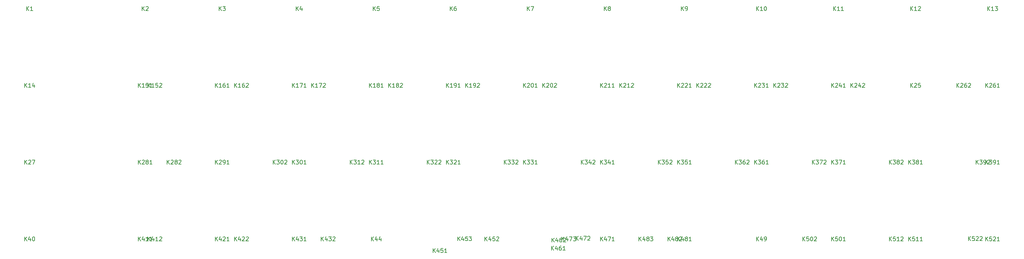
<source format=gto>
G04 #@! TF.GenerationSoftware,KiCad,Pcbnew,(5.1.2)-1*
G04 #@! TF.CreationDate,2021-05-25T07:10:53-07:00*
G04 #@! TF.ProjectId,theboulevard,74686562-6f75-46c6-9576-6172642e6b69,rev?*
G04 #@! TF.SameCoordinates,Original*
G04 #@! TF.FileFunction,Legend,Top*
G04 #@! TF.FilePolarity,Positive*
%FSLAX46Y46*%
G04 Gerber Fmt 4.6, Leading zero omitted, Abs format (unit mm)*
G04 Created by KiCad (PCBNEW (5.1.2)-1) date 2021-05-25 07:10:53*
%MOMM*%
%LPD*%
G04 APERTURE LIST*
%ADD10C,0.150000*%
G04 APERTURE END LIST*
D10*
X157609523Y-79677380D02*
X157609523Y-78677380D01*
X158180952Y-79677380D02*
X157752380Y-79105952D01*
X158180952Y-78677380D02*
X157609523Y-79248809D01*
X159038095Y-79010714D02*
X159038095Y-79677380D01*
X158800000Y-78629761D02*
X158561904Y-79344047D01*
X159180952Y-79344047D01*
X159466666Y-78677380D02*
X160133333Y-78677380D01*
X159704761Y-79677380D01*
X160466666Y-78772619D02*
X160514285Y-78725000D01*
X160609523Y-78677380D01*
X160847619Y-78677380D01*
X160942857Y-78725000D01*
X160990476Y-78772619D01*
X161038095Y-78867857D01*
X161038095Y-78963095D01*
X160990476Y-79105952D01*
X160419047Y-79677380D01*
X161038095Y-79677380D01*
X128334523Y-79777380D02*
X128334523Y-78777380D01*
X128905952Y-79777380D02*
X128477380Y-79205952D01*
X128905952Y-78777380D02*
X128334523Y-79348809D01*
X129763095Y-79110714D02*
X129763095Y-79777380D01*
X129525000Y-78729761D02*
X129286904Y-79444047D01*
X129905952Y-79444047D01*
X130763095Y-78777380D02*
X130286904Y-78777380D01*
X130239285Y-79253571D01*
X130286904Y-79205952D01*
X130382142Y-79158333D01*
X130620238Y-79158333D01*
X130715476Y-79205952D01*
X130763095Y-79253571D01*
X130810714Y-79348809D01*
X130810714Y-79586904D01*
X130763095Y-79682142D01*
X130715476Y-79729761D01*
X130620238Y-79777380D01*
X130382142Y-79777380D01*
X130286904Y-79729761D01*
X130239285Y-79682142D01*
X131144047Y-78777380D02*
X131763095Y-78777380D01*
X131429761Y-79158333D01*
X131572619Y-79158333D01*
X131667857Y-79205952D01*
X131715476Y-79253571D01*
X131763095Y-79348809D01*
X131763095Y-79586904D01*
X131715476Y-79682142D01*
X131667857Y-79729761D01*
X131572619Y-79777380D01*
X131286904Y-79777380D01*
X131191666Y-79729761D01*
X131144047Y-79682142D01*
X180313273Y-79808380D02*
X180313273Y-78808380D01*
X180884702Y-79808380D02*
X180456130Y-79236952D01*
X180884702Y-78808380D02*
X180313273Y-79379809D01*
X181741845Y-79141714D02*
X181741845Y-79808380D01*
X181503750Y-78760761D02*
X181265654Y-79475047D01*
X181884702Y-79475047D01*
X182408511Y-79236952D02*
X182313273Y-79189333D01*
X182265654Y-79141714D01*
X182218035Y-79046476D01*
X182218035Y-78998857D01*
X182265654Y-78903619D01*
X182313273Y-78856000D01*
X182408511Y-78808380D01*
X182598988Y-78808380D01*
X182694226Y-78856000D01*
X182741845Y-78903619D01*
X182789464Y-78998857D01*
X182789464Y-79046476D01*
X182741845Y-79141714D01*
X182694226Y-79189333D01*
X182598988Y-79236952D01*
X182408511Y-79236952D01*
X182313273Y-79284571D01*
X182265654Y-79332190D01*
X182218035Y-79427428D01*
X182218035Y-79617904D01*
X182265654Y-79713142D01*
X182313273Y-79760761D01*
X182408511Y-79808380D01*
X182598988Y-79808380D01*
X182694226Y-79760761D01*
X182741845Y-79713142D01*
X182789464Y-79617904D01*
X182789464Y-79427428D01*
X182741845Y-79332190D01*
X182694226Y-79284571D01*
X182598988Y-79236952D01*
X183170416Y-78903619D02*
X183218035Y-78856000D01*
X183313273Y-78808380D01*
X183551369Y-78808380D01*
X183646607Y-78856000D01*
X183694226Y-78903619D01*
X183741845Y-78998857D01*
X183741845Y-79094095D01*
X183694226Y-79236952D01*
X183122797Y-79808380D01*
X183741845Y-79808380D01*
X151634523Y-80102380D02*
X151634523Y-79102380D01*
X152205952Y-80102380D02*
X151777380Y-79530952D01*
X152205952Y-79102380D02*
X151634523Y-79673809D01*
X153063095Y-79435714D02*
X153063095Y-80102380D01*
X152825000Y-79054761D02*
X152586904Y-79769047D01*
X153205952Y-79769047D01*
X154015476Y-79102380D02*
X153825000Y-79102380D01*
X153729761Y-79150000D01*
X153682142Y-79197619D01*
X153586904Y-79340476D01*
X153539285Y-79530952D01*
X153539285Y-79911904D01*
X153586904Y-80007142D01*
X153634523Y-80054761D01*
X153729761Y-80102380D01*
X153920238Y-80102380D01*
X154015476Y-80054761D01*
X154063095Y-80007142D01*
X154110714Y-79911904D01*
X154110714Y-79673809D01*
X154063095Y-79578571D01*
X154015476Y-79530952D01*
X153920238Y-79483333D01*
X153729761Y-79483333D01*
X153634523Y-79530952D01*
X153586904Y-79578571D01*
X153539285Y-79673809D01*
X154491666Y-79197619D02*
X154539285Y-79150000D01*
X154634523Y-79102380D01*
X154872619Y-79102380D01*
X154967857Y-79150000D01*
X155015476Y-79197619D01*
X155063095Y-79292857D01*
X155063095Y-79388095D01*
X155015476Y-79530952D01*
X154444047Y-80102380D01*
X155063095Y-80102380D01*
X213650773Y-79808380D02*
X213650773Y-78808380D01*
X214222202Y-79808380D02*
X213793630Y-79236952D01*
X214222202Y-78808380D02*
X213650773Y-79379809D01*
X215126964Y-78808380D02*
X214650773Y-78808380D01*
X214603154Y-79284571D01*
X214650773Y-79236952D01*
X214746011Y-79189333D01*
X214984107Y-79189333D01*
X215079345Y-79236952D01*
X215126964Y-79284571D01*
X215174583Y-79379809D01*
X215174583Y-79617904D01*
X215126964Y-79713142D01*
X215079345Y-79760761D01*
X214984107Y-79808380D01*
X214746011Y-79808380D01*
X214650773Y-79760761D01*
X214603154Y-79713142D01*
X215793630Y-78808380D02*
X215888869Y-78808380D01*
X215984107Y-78856000D01*
X216031726Y-78903619D01*
X216079345Y-78998857D01*
X216126964Y-79189333D01*
X216126964Y-79427428D01*
X216079345Y-79617904D01*
X216031726Y-79713142D01*
X215984107Y-79760761D01*
X215888869Y-79808380D01*
X215793630Y-79808380D01*
X215698392Y-79760761D01*
X215650773Y-79713142D01*
X215603154Y-79617904D01*
X215555535Y-79427428D01*
X215555535Y-79189333D01*
X215603154Y-78998857D01*
X215650773Y-78903619D01*
X215698392Y-78856000D01*
X215793630Y-78808380D01*
X216507916Y-78903619D02*
X216555535Y-78856000D01*
X216650773Y-78808380D01*
X216888869Y-78808380D01*
X216984107Y-78856000D01*
X217031726Y-78903619D01*
X217079345Y-78998857D01*
X217079345Y-79094095D01*
X217031726Y-79236952D01*
X216460297Y-79808380D01*
X217079345Y-79808380D01*
X94588273Y-79808380D02*
X94588273Y-78808380D01*
X95159702Y-79808380D02*
X94731130Y-79236952D01*
X95159702Y-78808380D02*
X94588273Y-79379809D01*
X96016845Y-79141714D02*
X96016845Y-79808380D01*
X95778750Y-78760761D02*
X95540654Y-79475047D01*
X96159702Y-79475047D01*
X96445416Y-78808380D02*
X97064464Y-78808380D01*
X96731130Y-79189333D01*
X96873988Y-79189333D01*
X96969226Y-79236952D01*
X97016845Y-79284571D01*
X97064464Y-79379809D01*
X97064464Y-79617904D01*
X97016845Y-79713142D01*
X96969226Y-79760761D01*
X96873988Y-79808380D01*
X96588273Y-79808380D01*
X96493035Y-79760761D01*
X96445416Y-79713142D01*
X97445416Y-78903619D02*
X97493035Y-78856000D01*
X97588273Y-78808380D01*
X97826369Y-78808380D01*
X97921607Y-78856000D01*
X97969226Y-78903619D01*
X98016845Y-78998857D01*
X98016845Y-79094095D01*
X97969226Y-79236952D01*
X97397797Y-79808380D01*
X98016845Y-79808380D01*
X254634523Y-79752380D02*
X254634523Y-78752380D01*
X255205952Y-79752380D02*
X254777380Y-79180952D01*
X255205952Y-78752380D02*
X254634523Y-79323809D01*
X256110714Y-78752380D02*
X255634523Y-78752380D01*
X255586904Y-79228571D01*
X255634523Y-79180952D01*
X255729761Y-79133333D01*
X255967857Y-79133333D01*
X256063095Y-79180952D01*
X256110714Y-79228571D01*
X256158333Y-79323809D01*
X256158333Y-79561904D01*
X256110714Y-79657142D01*
X256063095Y-79704761D01*
X255967857Y-79752380D01*
X255729761Y-79752380D01*
X255634523Y-79704761D01*
X255586904Y-79657142D01*
X256539285Y-78847619D02*
X256586904Y-78800000D01*
X256682142Y-78752380D01*
X256920238Y-78752380D01*
X257015476Y-78800000D01*
X257063095Y-78847619D01*
X257110714Y-78942857D01*
X257110714Y-79038095D01*
X257063095Y-79180952D01*
X256491666Y-79752380D01*
X257110714Y-79752380D01*
X257491666Y-78847619D02*
X257539285Y-78800000D01*
X257634523Y-78752380D01*
X257872619Y-78752380D01*
X257967857Y-78800000D01*
X258015476Y-78847619D01*
X258063095Y-78942857D01*
X258063095Y-79038095D01*
X258015476Y-79180952D01*
X257444047Y-79752380D01*
X258063095Y-79752380D01*
X51725773Y-79808380D02*
X51725773Y-78808380D01*
X52297202Y-79808380D02*
X51868630Y-79236952D01*
X52297202Y-78808380D02*
X51725773Y-79379809D01*
X53154345Y-79141714D02*
X53154345Y-79808380D01*
X52916250Y-78760761D02*
X52678154Y-79475047D01*
X53297202Y-79475047D01*
X54201964Y-79808380D02*
X53630535Y-79808380D01*
X53916250Y-79808380D02*
X53916250Y-78808380D01*
X53821011Y-78951238D01*
X53725773Y-79046476D01*
X53630535Y-79094095D01*
X54582916Y-78903619D02*
X54630535Y-78856000D01*
X54725773Y-78808380D01*
X54963869Y-78808380D01*
X55059107Y-78856000D01*
X55106726Y-78903619D01*
X55154345Y-78998857D01*
X55154345Y-79094095D01*
X55106726Y-79236952D01*
X54535297Y-79808380D01*
X55154345Y-79808380D01*
X73157023Y-79808380D02*
X73157023Y-78808380D01*
X73728452Y-79808380D02*
X73299880Y-79236952D01*
X73728452Y-78808380D02*
X73157023Y-79379809D01*
X74585595Y-79141714D02*
X74585595Y-79808380D01*
X74347500Y-78760761D02*
X74109404Y-79475047D01*
X74728452Y-79475047D01*
X75061785Y-78903619D02*
X75109404Y-78856000D01*
X75204642Y-78808380D01*
X75442738Y-78808380D01*
X75537976Y-78856000D01*
X75585595Y-78903619D01*
X75633214Y-78998857D01*
X75633214Y-79094095D01*
X75585595Y-79236952D01*
X75014166Y-79808380D01*
X75633214Y-79808380D01*
X76014166Y-78903619D02*
X76061785Y-78856000D01*
X76157023Y-78808380D01*
X76395119Y-78808380D01*
X76490357Y-78856000D01*
X76537976Y-78903619D01*
X76585595Y-78998857D01*
X76585595Y-79094095D01*
X76537976Y-79236952D01*
X75966547Y-79808380D01*
X76585595Y-79808380D01*
X235082023Y-79808380D02*
X235082023Y-78808380D01*
X235653452Y-79808380D02*
X235224880Y-79236952D01*
X235653452Y-78808380D02*
X235082023Y-79379809D01*
X236558214Y-78808380D02*
X236082023Y-78808380D01*
X236034404Y-79284571D01*
X236082023Y-79236952D01*
X236177261Y-79189333D01*
X236415357Y-79189333D01*
X236510595Y-79236952D01*
X236558214Y-79284571D01*
X236605833Y-79379809D01*
X236605833Y-79617904D01*
X236558214Y-79713142D01*
X236510595Y-79760761D01*
X236415357Y-79808380D01*
X236177261Y-79808380D01*
X236082023Y-79760761D01*
X236034404Y-79713142D01*
X237558214Y-79808380D02*
X236986785Y-79808380D01*
X237272500Y-79808380D02*
X237272500Y-78808380D01*
X237177261Y-78951238D01*
X237082023Y-79046476D01*
X236986785Y-79094095D01*
X237939166Y-78903619D02*
X237986785Y-78856000D01*
X238082023Y-78808380D01*
X238320119Y-78808380D01*
X238415357Y-78856000D01*
X238462976Y-78903619D01*
X238510595Y-78998857D01*
X238510595Y-79094095D01*
X238462976Y-79236952D01*
X237891547Y-79808380D01*
X238510595Y-79808380D01*
X173169523Y-79808380D02*
X173169523Y-78808380D01*
X173740952Y-79808380D02*
X173312380Y-79236952D01*
X173740952Y-78808380D02*
X173169523Y-79379809D01*
X174598095Y-79141714D02*
X174598095Y-79808380D01*
X174360000Y-78760761D02*
X174121904Y-79475047D01*
X174740952Y-79475047D01*
X175264761Y-79236952D02*
X175169523Y-79189333D01*
X175121904Y-79141714D01*
X175074285Y-79046476D01*
X175074285Y-78998857D01*
X175121904Y-78903619D01*
X175169523Y-78856000D01*
X175264761Y-78808380D01*
X175455238Y-78808380D01*
X175550476Y-78856000D01*
X175598095Y-78903619D01*
X175645714Y-78998857D01*
X175645714Y-79046476D01*
X175598095Y-79141714D01*
X175550476Y-79189333D01*
X175455238Y-79236952D01*
X175264761Y-79236952D01*
X175169523Y-79284571D01*
X175121904Y-79332190D01*
X175074285Y-79427428D01*
X175074285Y-79617904D01*
X175121904Y-79713142D01*
X175169523Y-79760761D01*
X175264761Y-79808380D01*
X175455238Y-79808380D01*
X175550476Y-79760761D01*
X175598095Y-79713142D01*
X175645714Y-79617904D01*
X175645714Y-79427428D01*
X175598095Y-79332190D01*
X175550476Y-79284571D01*
X175455238Y-79236952D01*
X175979047Y-78808380D02*
X176598095Y-78808380D01*
X176264761Y-79189333D01*
X176407619Y-79189333D01*
X176502857Y-79236952D01*
X176550476Y-79284571D01*
X176598095Y-79379809D01*
X176598095Y-79617904D01*
X176550476Y-79713142D01*
X176502857Y-79760761D01*
X176407619Y-79808380D01*
X176121904Y-79808380D01*
X176026666Y-79760761D01*
X175979047Y-79713142D01*
X154119523Y-79808380D02*
X154119523Y-78808380D01*
X154690952Y-79808380D02*
X154262380Y-79236952D01*
X154690952Y-78808380D02*
X154119523Y-79379809D01*
X155548095Y-79141714D02*
X155548095Y-79808380D01*
X155310000Y-78760761D02*
X155071904Y-79475047D01*
X155690952Y-79475047D01*
X155976666Y-78808380D02*
X156643333Y-78808380D01*
X156214761Y-79808380D01*
X156929047Y-78808380D02*
X157548095Y-78808380D01*
X157214761Y-79189333D01*
X157357619Y-79189333D01*
X157452857Y-79236952D01*
X157500476Y-79284571D01*
X157548095Y-79379809D01*
X157548095Y-79617904D01*
X157500476Y-79713142D01*
X157452857Y-79760761D01*
X157357619Y-79808380D01*
X157071904Y-79808380D01*
X156976666Y-79760761D01*
X156929047Y-79713142D01*
X135069523Y-79808380D02*
X135069523Y-78808380D01*
X135640952Y-79808380D02*
X135212380Y-79236952D01*
X135640952Y-78808380D02*
X135069523Y-79379809D01*
X136498095Y-79141714D02*
X136498095Y-79808380D01*
X136260000Y-78760761D02*
X136021904Y-79475047D01*
X136640952Y-79475047D01*
X137498095Y-78808380D02*
X137021904Y-78808380D01*
X136974285Y-79284571D01*
X137021904Y-79236952D01*
X137117142Y-79189333D01*
X137355238Y-79189333D01*
X137450476Y-79236952D01*
X137498095Y-79284571D01*
X137545714Y-79379809D01*
X137545714Y-79617904D01*
X137498095Y-79713142D01*
X137450476Y-79760761D01*
X137355238Y-79808380D01*
X137117142Y-79808380D01*
X137021904Y-79760761D01*
X136974285Y-79713142D01*
X137926666Y-78903619D02*
X137974285Y-78856000D01*
X138069523Y-78808380D01*
X138307619Y-78808380D01*
X138402857Y-78856000D01*
X138450476Y-78903619D01*
X138498095Y-78998857D01*
X138498095Y-79094095D01*
X138450476Y-79236952D01*
X137879047Y-79808380D01*
X138498095Y-79808380D01*
X82682023Y-60758380D02*
X82682023Y-59758380D01*
X83253452Y-60758380D02*
X82824880Y-60186952D01*
X83253452Y-59758380D02*
X82682023Y-60329809D01*
X83586785Y-59758380D02*
X84205833Y-59758380D01*
X83872500Y-60139333D01*
X84015357Y-60139333D01*
X84110595Y-60186952D01*
X84158214Y-60234571D01*
X84205833Y-60329809D01*
X84205833Y-60567904D01*
X84158214Y-60663142D01*
X84110595Y-60710761D01*
X84015357Y-60758380D01*
X83729642Y-60758380D01*
X83634404Y-60710761D01*
X83586785Y-60663142D01*
X84824880Y-59758380D02*
X84920119Y-59758380D01*
X85015357Y-59806000D01*
X85062976Y-59853619D01*
X85110595Y-59948857D01*
X85158214Y-60139333D01*
X85158214Y-60377428D01*
X85110595Y-60567904D01*
X85062976Y-60663142D01*
X85015357Y-60710761D01*
X84920119Y-60758380D01*
X84824880Y-60758380D01*
X84729642Y-60710761D01*
X84682023Y-60663142D01*
X84634404Y-60567904D01*
X84586785Y-60377428D01*
X84586785Y-60139333D01*
X84634404Y-59948857D01*
X84682023Y-59853619D01*
X84729642Y-59806000D01*
X84824880Y-59758380D01*
X85539166Y-59853619D02*
X85586785Y-59806000D01*
X85682023Y-59758380D01*
X85920119Y-59758380D01*
X86015357Y-59806000D01*
X86062976Y-59853619D01*
X86110595Y-59948857D01*
X86110595Y-60044095D01*
X86062976Y-60186952D01*
X85491547Y-60758380D01*
X86110595Y-60758380D01*
X56488273Y-60758380D02*
X56488273Y-59758380D01*
X57059702Y-60758380D02*
X56631130Y-60186952D01*
X57059702Y-59758380D02*
X56488273Y-60329809D01*
X57440654Y-59853619D02*
X57488273Y-59806000D01*
X57583511Y-59758380D01*
X57821607Y-59758380D01*
X57916845Y-59806000D01*
X57964464Y-59853619D01*
X58012083Y-59948857D01*
X58012083Y-60044095D01*
X57964464Y-60186952D01*
X57393035Y-60758380D01*
X58012083Y-60758380D01*
X58583511Y-60186952D02*
X58488273Y-60139333D01*
X58440654Y-60091714D01*
X58393035Y-59996476D01*
X58393035Y-59948857D01*
X58440654Y-59853619D01*
X58488273Y-59806000D01*
X58583511Y-59758380D01*
X58773988Y-59758380D01*
X58869226Y-59806000D01*
X58916845Y-59853619D01*
X58964464Y-59948857D01*
X58964464Y-59996476D01*
X58916845Y-60091714D01*
X58869226Y-60139333D01*
X58773988Y-60186952D01*
X58583511Y-60186952D01*
X58488273Y-60234571D01*
X58440654Y-60282190D01*
X58393035Y-60377428D01*
X58393035Y-60567904D01*
X58440654Y-60663142D01*
X58488273Y-60710761D01*
X58583511Y-60758380D01*
X58773988Y-60758380D01*
X58869226Y-60710761D01*
X58916845Y-60663142D01*
X58964464Y-60567904D01*
X58964464Y-60377428D01*
X58916845Y-60282190D01*
X58869226Y-60234571D01*
X58773988Y-60186952D01*
X59345416Y-59853619D02*
X59393035Y-59806000D01*
X59488273Y-59758380D01*
X59726369Y-59758380D01*
X59821607Y-59806000D01*
X59869226Y-59853619D01*
X59916845Y-59948857D01*
X59916845Y-60044095D01*
X59869226Y-60186952D01*
X59297797Y-60758380D01*
X59916845Y-60758380D01*
X256513273Y-60758380D02*
X256513273Y-59758380D01*
X257084702Y-60758380D02*
X256656130Y-60186952D01*
X257084702Y-59758380D02*
X256513273Y-60329809D01*
X257418035Y-59758380D02*
X258037083Y-59758380D01*
X257703750Y-60139333D01*
X257846607Y-60139333D01*
X257941845Y-60186952D01*
X257989464Y-60234571D01*
X258037083Y-60329809D01*
X258037083Y-60567904D01*
X257989464Y-60663142D01*
X257941845Y-60710761D01*
X257846607Y-60758380D01*
X257560892Y-60758380D01*
X257465654Y-60710761D01*
X257418035Y-60663142D01*
X258513273Y-60758380D02*
X258703750Y-60758380D01*
X258798988Y-60710761D01*
X258846607Y-60663142D01*
X258941845Y-60520285D01*
X258989464Y-60329809D01*
X258989464Y-59948857D01*
X258941845Y-59853619D01*
X258894226Y-59806000D01*
X258798988Y-59758380D01*
X258608511Y-59758380D01*
X258513273Y-59806000D01*
X258465654Y-59853619D01*
X258418035Y-59948857D01*
X258418035Y-60186952D01*
X258465654Y-60282190D01*
X258513273Y-60329809D01*
X258608511Y-60377428D01*
X258798988Y-60377428D01*
X258894226Y-60329809D01*
X258941845Y-60282190D01*
X258989464Y-60186952D01*
X259370416Y-59853619D02*
X259418035Y-59806000D01*
X259513273Y-59758380D01*
X259751369Y-59758380D01*
X259846607Y-59806000D01*
X259894226Y-59853619D01*
X259941845Y-59948857D01*
X259941845Y-60044095D01*
X259894226Y-60186952D01*
X259322797Y-60758380D01*
X259941845Y-60758380D01*
X235082023Y-60758380D02*
X235082023Y-59758380D01*
X235653452Y-60758380D02*
X235224880Y-60186952D01*
X235653452Y-59758380D02*
X235082023Y-60329809D01*
X235986785Y-59758380D02*
X236605833Y-59758380D01*
X236272500Y-60139333D01*
X236415357Y-60139333D01*
X236510595Y-60186952D01*
X236558214Y-60234571D01*
X236605833Y-60329809D01*
X236605833Y-60567904D01*
X236558214Y-60663142D01*
X236510595Y-60710761D01*
X236415357Y-60758380D01*
X236129642Y-60758380D01*
X236034404Y-60710761D01*
X235986785Y-60663142D01*
X237177261Y-60186952D02*
X237082023Y-60139333D01*
X237034404Y-60091714D01*
X236986785Y-59996476D01*
X236986785Y-59948857D01*
X237034404Y-59853619D01*
X237082023Y-59806000D01*
X237177261Y-59758380D01*
X237367738Y-59758380D01*
X237462976Y-59806000D01*
X237510595Y-59853619D01*
X237558214Y-59948857D01*
X237558214Y-59996476D01*
X237510595Y-60091714D01*
X237462976Y-60139333D01*
X237367738Y-60186952D01*
X237177261Y-60186952D01*
X237082023Y-60234571D01*
X237034404Y-60282190D01*
X236986785Y-60377428D01*
X236986785Y-60567904D01*
X237034404Y-60663142D01*
X237082023Y-60710761D01*
X237177261Y-60758380D01*
X237367738Y-60758380D01*
X237462976Y-60710761D01*
X237510595Y-60663142D01*
X237558214Y-60567904D01*
X237558214Y-60377428D01*
X237510595Y-60282190D01*
X237462976Y-60234571D01*
X237367738Y-60186952D01*
X237939166Y-59853619D02*
X237986785Y-59806000D01*
X238082023Y-59758380D01*
X238320119Y-59758380D01*
X238415357Y-59806000D01*
X238462976Y-59853619D01*
X238510595Y-59948857D01*
X238510595Y-60044095D01*
X238462976Y-60186952D01*
X237891547Y-60758380D01*
X238510595Y-60758380D01*
X216032023Y-60758380D02*
X216032023Y-59758380D01*
X216603452Y-60758380D02*
X216174880Y-60186952D01*
X216603452Y-59758380D02*
X216032023Y-60329809D01*
X216936785Y-59758380D02*
X217555833Y-59758380D01*
X217222500Y-60139333D01*
X217365357Y-60139333D01*
X217460595Y-60186952D01*
X217508214Y-60234571D01*
X217555833Y-60329809D01*
X217555833Y-60567904D01*
X217508214Y-60663142D01*
X217460595Y-60710761D01*
X217365357Y-60758380D01*
X217079642Y-60758380D01*
X216984404Y-60710761D01*
X216936785Y-60663142D01*
X217889166Y-59758380D02*
X218555833Y-59758380D01*
X218127261Y-60758380D01*
X218889166Y-59853619D02*
X218936785Y-59806000D01*
X219032023Y-59758380D01*
X219270119Y-59758380D01*
X219365357Y-59806000D01*
X219412976Y-59853619D01*
X219460595Y-59948857D01*
X219460595Y-60044095D01*
X219412976Y-60186952D01*
X218841547Y-60758380D01*
X219460595Y-60758380D01*
X196982023Y-60758380D02*
X196982023Y-59758380D01*
X197553452Y-60758380D02*
X197124880Y-60186952D01*
X197553452Y-59758380D02*
X196982023Y-60329809D01*
X197886785Y-59758380D02*
X198505833Y-59758380D01*
X198172500Y-60139333D01*
X198315357Y-60139333D01*
X198410595Y-60186952D01*
X198458214Y-60234571D01*
X198505833Y-60329809D01*
X198505833Y-60567904D01*
X198458214Y-60663142D01*
X198410595Y-60710761D01*
X198315357Y-60758380D01*
X198029642Y-60758380D01*
X197934404Y-60710761D01*
X197886785Y-60663142D01*
X199362976Y-59758380D02*
X199172500Y-59758380D01*
X199077261Y-59806000D01*
X199029642Y-59853619D01*
X198934404Y-59996476D01*
X198886785Y-60186952D01*
X198886785Y-60567904D01*
X198934404Y-60663142D01*
X198982023Y-60710761D01*
X199077261Y-60758380D01*
X199267738Y-60758380D01*
X199362976Y-60710761D01*
X199410595Y-60663142D01*
X199458214Y-60567904D01*
X199458214Y-60329809D01*
X199410595Y-60234571D01*
X199362976Y-60186952D01*
X199267738Y-60139333D01*
X199077261Y-60139333D01*
X198982023Y-60186952D01*
X198934404Y-60234571D01*
X198886785Y-60329809D01*
X199839166Y-59853619D02*
X199886785Y-59806000D01*
X199982023Y-59758380D01*
X200220119Y-59758380D01*
X200315357Y-59806000D01*
X200362976Y-59853619D01*
X200410595Y-59948857D01*
X200410595Y-60044095D01*
X200362976Y-60186952D01*
X199791547Y-60758380D01*
X200410595Y-60758380D01*
X177932023Y-60758380D02*
X177932023Y-59758380D01*
X178503452Y-60758380D02*
X178074880Y-60186952D01*
X178503452Y-59758380D02*
X177932023Y-60329809D01*
X178836785Y-59758380D02*
X179455833Y-59758380D01*
X179122500Y-60139333D01*
X179265357Y-60139333D01*
X179360595Y-60186952D01*
X179408214Y-60234571D01*
X179455833Y-60329809D01*
X179455833Y-60567904D01*
X179408214Y-60663142D01*
X179360595Y-60710761D01*
X179265357Y-60758380D01*
X178979642Y-60758380D01*
X178884404Y-60710761D01*
X178836785Y-60663142D01*
X180360595Y-59758380D02*
X179884404Y-59758380D01*
X179836785Y-60234571D01*
X179884404Y-60186952D01*
X179979642Y-60139333D01*
X180217738Y-60139333D01*
X180312976Y-60186952D01*
X180360595Y-60234571D01*
X180408214Y-60329809D01*
X180408214Y-60567904D01*
X180360595Y-60663142D01*
X180312976Y-60710761D01*
X180217738Y-60758380D01*
X179979642Y-60758380D01*
X179884404Y-60710761D01*
X179836785Y-60663142D01*
X180789166Y-59853619D02*
X180836785Y-59806000D01*
X180932023Y-59758380D01*
X181170119Y-59758380D01*
X181265357Y-59806000D01*
X181312976Y-59853619D01*
X181360595Y-59948857D01*
X181360595Y-60044095D01*
X181312976Y-60186952D01*
X180741547Y-60758380D01*
X181360595Y-60758380D01*
X158882023Y-60758380D02*
X158882023Y-59758380D01*
X159453452Y-60758380D02*
X159024880Y-60186952D01*
X159453452Y-59758380D02*
X158882023Y-60329809D01*
X159786785Y-59758380D02*
X160405833Y-59758380D01*
X160072500Y-60139333D01*
X160215357Y-60139333D01*
X160310595Y-60186952D01*
X160358214Y-60234571D01*
X160405833Y-60329809D01*
X160405833Y-60567904D01*
X160358214Y-60663142D01*
X160310595Y-60710761D01*
X160215357Y-60758380D01*
X159929642Y-60758380D01*
X159834404Y-60710761D01*
X159786785Y-60663142D01*
X161262976Y-60091714D02*
X161262976Y-60758380D01*
X161024880Y-59710761D02*
X160786785Y-60425047D01*
X161405833Y-60425047D01*
X161739166Y-59853619D02*
X161786785Y-59806000D01*
X161882023Y-59758380D01*
X162120119Y-59758380D01*
X162215357Y-59806000D01*
X162262976Y-59853619D01*
X162310595Y-59948857D01*
X162310595Y-60044095D01*
X162262976Y-60186952D01*
X161691547Y-60758380D01*
X162310595Y-60758380D01*
X139832023Y-60758380D02*
X139832023Y-59758380D01*
X140403452Y-60758380D02*
X139974880Y-60186952D01*
X140403452Y-59758380D02*
X139832023Y-60329809D01*
X140736785Y-59758380D02*
X141355833Y-59758380D01*
X141022500Y-60139333D01*
X141165357Y-60139333D01*
X141260595Y-60186952D01*
X141308214Y-60234571D01*
X141355833Y-60329809D01*
X141355833Y-60567904D01*
X141308214Y-60663142D01*
X141260595Y-60710761D01*
X141165357Y-60758380D01*
X140879642Y-60758380D01*
X140784404Y-60710761D01*
X140736785Y-60663142D01*
X141689166Y-59758380D02*
X142308214Y-59758380D01*
X141974880Y-60139333D01*
X142117738Y-60139333D01*
X142212976Y-60186952D01*
X142260595Y-60234571D01*
X142308214Y-60329809D01*
X142308214Y-60567904D01*
X142260595Y-60663142D01*
X142212976Y-60710761D01*
X142117738Y-60758380D01*
X141832023Y-60758380D01*
X141736785Y-60710761D01*
X141689166Y-60663142D01*
X142689166Y-59853619D02*
X142736785Y-59806000D01*
X142832023Y-59758380D01*
X143070119Y-59758380D01*
X143165357Y-59806000D01*
X143212976Y-59853619D01*
X143260595Y-59948857D01*
X143260595Y-60044095D01*
X143212976Y-60186952D01*
X142641547Y-60758380D01*
X143260595Y-60758380D01*
X120782023Y-60758380D02*
X120782023Y-59758380D01*
X121353452Y-60758380D02*
X120924880Y-60186952D01*
X121353452Y-59758380D02*
X120782023Y-60329809D01*
X121686785Y-59758380D02*
X122305833Y-59758380D01*
X121972500Y-60139333D01*
X122115357Y-60139333D01*
X122210595Y-60186952D01*
X122258214Y-60234571D01*
X122305833Y-60329809D01*
X122305833Y-60567904D01*
X122258214Y-60663142D01*
X122210595Y-60710761D01*
X122115357Y-60758380D01*
X121829642Y-60758380D01*
X121734404Y-60710761D01*
X121686785Y-60663142D01*
X122686785Y-59853619D02*
X122734404Y-59806000D01*
X122829642Y-59758380D01*
X123067738Y-59758380D01*
X123162976Y-59806000D01*
X123210595Y-59853619D01*
X123258214Y-59948857D01*
X123258214Y-60044095D01*
X123210595Y-60186952D01*
X122639166Y-60758380D01*
X123258214Y-60758380D01*
X123639166Y-59853619D02*
X123686785Y-59806000D01*
X123782023Y-59758380D01*
X124020119Y-59758380D01*
X124115357Y-59806000D01*
X124162976Y-59853619D01*
X124210595Y-59948857D01*
X124210595Y-60044095D01*
X124162976Y-60186952D01*
X123591547Y-60758380D01*
X124210595Y-60758380D01*
X101732023Y-60758380D02*
X101732023Y-59758380D01*
X102303452Y-60758380D02*
X101874880Y-60186952D01*
X102303452Y-59758380D02*
X101732023Y-60329809D01*
X102636785Y-59758380D02*
X103255833Y-59758380D01*
X102922500Y-60139333D01*
X103065357Y-60139333D01*
X103160595Y-60186952D01*
X103208214Y-60234571D01*
X103255833Y-60329809D01*
X103255833Y-60567904D01*
X103208214Y-60663142D01*
X103160595Y-60710761D01*
X103065357Y-60758380D01*
X102779642Y-60758380D01*
X102684404Y-60710761D01*
X102636785Y-60663142D01*
X104208214Y-60758380D02*
X103636785Y-60758380D01*
X103922500Y-60758380D02*
X103922500Y-59758380D01*
X103827261Y-59901238D01*
X103732023Y-59996476D01*
X103636785Y-60044095D01*
X104589166Y-59853619D02*
X104636785Y-59806000D01*
X104732023Y-59758380D01*
X104970119Y-59758380D01*
X105065357Y-59806000D01*
X105112976Y-59853619D01*
X105160595Y-59948857D01*
X105160595Y-60044095D01*
X105112976Y-60186952D01*
X104541547Y-60758380D01*
X105160595Y-60758380D01*
X251750773Y-41708380D02*
X251750773Y-40708380D01*
X252322202Y-41708380D02*
X251893630Y-41136952D01*
X252322202Y-40708380D02*
X251750773Y-41279809D01*
X252703154Y-40803619D02*
X252750773Y-40756000D01*
X252846011Y-40708380D01*
X253084107Y-40708380D01*
X253179345Y-40756000D01*
X253226964Y-40803619D01*
X253274583Y-40898857D01*
X253274583Y-40994095D01*
X253226964Y-41136952D01*
X252655535Y-41708380D01*
X253274583Y-41708380D01*
X254131726Y-40708380D02*
X253941250Y-40708380D01*
X253846011Y-40756000D01*
X253798392Y-40803619D01*
X253703154Y-40946476D01*
X253655535Y-41136952D01*
X253655535Y-41517904D01*
X253703154Y-41613142D01*
X253750773Y-41660761D01*
X253846011Y-41708380D01*
X254036488Y-41708380D01*
X254131726Y-41660761D01*
X254179345Y-41613142D01*
X254226964Y-41517904D01*
X254226964Y-41279809D01*
X254179345Y-41184571D01*
X254131726Y-41136952D01*
X254036488Y-41089333D01*
X253846011Y-41089333D01*
X253750773Y-41136952D01*
X253703154Y-41184571D01*
X253655535Y-41279809D01*
X254607916Y-40803619D02*
X254655535Y-40756000D01*
X254750773Y-40708380D01*
X254988869Y-40708380D01*
X255084107Y-40756000D01*
X255131726Y-40803619D01*
X255179345Y-40898857D01*
X255179345Y-40994095D01*
X255131726Y-41136952D01*
X254560297Y-41708380D01*
X255179345Y-41708380D01*
X258894523Y-41708380D02*
X258894523Y-40708380D01*
X259465952Y-41708380D02*
X259037380Y-41136952D01*
X259465952Y-40708380D02*
X258894523Y-41279809D01*
X259846904Y-40803619D02*
X259894523Y-40756000D01*
X259989761Y-40708380D01*
X260227857Y-40708380D01*
X260323095Y-40756000D01*
X260370714Y-40803619D01*
X260418333Y-40898857D01*
X260418333Y-40994095D01*
X260370714Y-41136952D01*
X259799285Y-41708380D01*
X260418333Y-41708380D01*
X261275476Y-40708380D02*
X261085000Y-40708380D01*
X260989761Y-40756000D01*
X260942142Y-40803619D01*
X260846904Y-40946476D01*
X260799285Y-41136952D01*
X260799285Y-41517904D01*
X260846904Y-41613142D01*
X260894523Y-41660761D01*
X260989761Y-41708380D01*
X261180238Y-41708380D01*
X261275476Y-41660761D01*
X261323095Y-41613142D01*
X261370714Y-41517904D01*
X261370714Y-41279809D01*
X261323095Y-41184571D01*
X261275476Y-41136952D01*
X261180238Y-41089333D01*
X260989761Y-41089333D01*
X260894523Y-41136952D01*
X260846904Y-41184571D01*
X260799285Y-41279809D01*
X262323095Y-41708380D02*
X261751666Y-41708380D01*
X262037380Y-41708380D02*
X262037380Y-40708380D01*
X261942142Y-40851238D01*
X261846904Y-40946476D01*
X261751666Y-40994095D01*
X225557023Y-41708380D02*
X225557023Y-40708380D01*
X226128452Y-41708380D02*
X225699880Y-41136952D01*
X226128452Y-40708380D02*
X225557023Y-41279809D01*
X226509404Y-40803619D02*
X226557023Y-40756000D01*
X226652261Y-40708380D01*
X226890357Y-40708380D01*
X226985595Y-40756000D01*
X227033214Y-40803619D01*
X227080833Y-40898857D01*
X227080833Y-40994095D01*
X227033214Y-41136952D01*
X226461785Y-41708380D01*
X227080833Y-41708380D01*
X227937976Y-41041714D02*
X227937976Y-41708380D01*
X227699880Y-40660761D02*
X227461785Y-41375047D01*
X228080833Y-41375047D01*
X228414166Y-40803619D02*
X228461785Y-40756000D01*
X228557023Y-40708380D01*
X228795119Y-40708380D01*
X228890357Y-40756000D01*
X228937976Y-40803619D01*
X228985595Y-40898857D01*
X228985595Y-40994095D01*
X228937976Y-41136952D01*
X228366547Y-41708380D01*
X228985595Y-41708380D01*
X220794523Y-41708380D02*
X220794523Y-40708380D01*
X221365952Y-41708380D02*
X220937380Y-41136952D01*
X221365952Y-40708380D02*
X220794523Y-41279809D01*
X221746904Y-40803619D02*
X221794523Y-40756000D01*
X221889761Y-40708380D01*
X222127857Y-40708380D01*
X222223095Y-40756000D01*
X222270714Y-40803619D01*
X222318333Y-40898857D01*
X222318333Y-40994095D01*
X222270714Y-41136952D01*
X221699285Y-41708380D01*
X222318333Y-41708380D01*
X223175476Y-41041714D02*
X223175476Y-41708380D01*
X222937380Y-40660761D02*
X222699285Y-41375047D01*
X223318333Y-41375047D01*
X224223095Y-41708380D02*
X223651666Y-41708380D01*
X223937380Y-41708380D02*
X223937380Y-40708380D01*
X223842142Y-40851238D01*
X223746904Y-40946476D01*
X223651666Y-40994095D01*
X206507023Y-41708380D02*
X206507023Y-40708380D01*
X207078452Y-41708380D02*
X206649880Y-41136952D01*
X207078452Y-40708380D02*
X206507023Y-41279809D01*
X207459404Y-40803619D02*
X207507023Y-40756000D01*
X207602261Y-40708380D01*
X207840357Y-40708380D01*
X207935595Y-40756000D01*
X207983214Y-40803619D01*
X208030833Y-40898857D01*
X208030833Y-40994095D01*
X207983214Y-41136952D01*
X207411785Y-41708380D01*
X208030833Y-41708380D01*
X208364166Y-40708380D02*
X208983214Y-40708380D01*
X208649880Y-41089333D01*
X208792738Y-41089333D01*
X208887976Y-41136952D01*
X208935595Y-41184571D01*
X208983214Y-41279809D01*
X208983214Y-41517904D01*
X208935595Y-41613142D01*
X208887976Y-41660761D01*
X208792738Y-41708380D01*
X208507023Y-41708380D01*
X208411785Y-41660761D01*
X208364166Y-41613142D01*
X209364166Y-40803619D02*
X209411785Y-40756000D01*
X209507023Y-40708380D01*
X209745119Y-40708380D01*
X209840357Y-40756000D01*
X209887976Y-40803619D01*
X209935595Y-40898857D01*
X209935595Y-40994095D01*
X209887976Y-41136952D01*
X209316547Y-41708380D01*
X209935595Y-41708380D01*
X201744523Y-41708380D02*
X201744523Y-40708380D01*
X202315952Y-41708380D02*
X201887380Y-41136952D01*
X202315952Y-40708380D02*
X201744523Y-41279809D01*
X202696904Y-40803619D02*
X202744523Y-40756000D01*
X202839761Y-40708380D01*
X203077857Y-40708380D01*
X203173095Y-40756000D01*
X203220714Y-40803619D01*
X203268333Y-40898857D01*
X203268333Y-40994095D01*
X203220714Y-41136952D01*
X202649285Y-41708380D01*
X203268333Y-41708380D01*
X203601666Y-40708380D02*
X204220714Y-40708380D01*
X203887380Y-41089333D01*
X204030238Y-41089333D01*
X204125476Y-41136952D01*
X204173095Y-41184571D01*
X204220714Y-41279809D01*
X204220714Y-41517904D01*
X204173095Y-41613142D01*
X204125476Y-41660761D01*
X204030238Y-41708380D01*
X203744523Y-41708380D01*
X203649285Y-41660761D01*
X203601666Y-41613142D01*
X205173095Y-41708380D02*
X204601666Y-41708380D01*
X204887380Y-41708380D02*
X204887380Y-40708380D01*
X204792142Y-40851238D01*
X204696904Y-40946476D01*
X204601666Y-40994095D01*
X187457023Y-41708380D02*
X187457023Y-40708380D01*
X188028452Y-41708380D02*
X187599880Y-41136952D01*
X188028452Y-40708380D02*
X187457023Y-41279809D01*
X188409404Y-40803619D02*
X188457023Y-40756000D01*
X188552261Y-40708380D01*
X188790357Y-40708380D01*
X188885595Y-40756000D01*
X188933214Y-40803619D01*
X188980833Y-40898857D01*
X188980833Y-40994095D01*
X188933214Y-41136952D01*
X188361785Y-41708380D01*
X188980833Y-41708380D01*
X189361785Y-40803619D02*
X189409404Y-40756000D01*
X189504642Y-40708380D01*
X189742738Y-40708380D01*
X189837976Y-40756000D01*
X189885595Y-40803619D01*
X189933214Y-40898857D01*
X189933214Y-40994095D01*
X189885595Y-41136952D01*
X189314166Y-41708380D01*
X189933214Y-41708380D01*
X190314166Y-40803619D02*
X190361785Y-40756000D01*
X190457023Y-40708380D01*
X190695119Y-40708380D01*
X190790357Y-40756000D01*
X190837976Y-40803619D01*
X190885595Y-40898857D01*
X190885595Y-40994095D01*
X190837976Y-41136952D01*
X190266547Y-41708380D01*
X190885595Y-41708380D01*
X182694523Y-41708380D02*
X182694523Y-40708380D01*
X183265952Y-41708380D02*
X182837380Y-41136952D01*
X183265952Y-40708380D02*
X182694523Y-41279809D01*
X183646904Y-40803619D02*
X183694523Y-40756000D01*
X183789761Y-40708380D01*
X184027857Y-40708380D01*
X184123095Y-40756000D01*
X184170714Y-40803619D01*
X184218333Y-40898857D01*
X184218333Y-40994095D01*
X184170714Y-41136952D01*
X183599285Y-41708380D01*
X184218333Y-41708380D01*
X184599285Y-40803619D02*
X184646904Y-40756000D01*
X184742142Y-40708380D01*
X184980238Y-40708380D01*
X185075476Y-40756000D01*
X185123095Y-40803619D01*
X185170714Y-40898857D01*
X185170714Y-40994095D01*
X185123095Y-41136952D01*
X184551666Y-41708380D01*
X185170714Y-41708380D01*
X186123095Y-41708380D02*
X185551666Y-41708380D01*
X185837380Y-41708380D02*
X185837380Y-40708380D01*
X185742142Y-40851238D01*
X185646904Y-40946476D01*
X185551666Y-40994095D01*
X168407023Y-41708380D02*
X168407023Y-40708380D01*
X168978452Y-41708380D02*
X168549880Y-41136952D01*
X168978452Y-40708380D02*
X168407023Y-41279809D01*
X169359404Y-40803619D02*
X169407023Y-40756000D01*
X169502261Y-40708380D01*
X169740357Y-40708380D01*
X169835595Y-40756000D01*
X169883214Y-40803619D01*
X169930833Y-40898857D01*
X169930833Y-40994095D01*
X169883214Y-41136952D01*
X169311785Y-41708380D01*
X169930833Y-41708380D01*
X170883214Y-41708380D02*
X170311785Y-41708380D01*
X170597500Y-41708380D02*
X170597500Y-40708380D01*
X170502261Y-40851238D01*
X170407023Y-40946476D01*
X170311785Y-40994095D01*
X171264166Y-40803619D02*
X171311785Y-40756000D01*
X171407023Y-40708380D01*
X171645119Y-40708380D01*
X171740357Y-40756000D01*
X171787976Y-40803619D01*
X171835595Y-40898857D01*
X171835595Y-40994095D01*
X171787976Y-41136952D01*
X171216547Y-41708380D01*
X171835595Y-41708380D01*
X163644523Y-41708380D02*
X163644523Y-40708380D01*
X164215952Y-41708380D02*
X163787380Y-41136952D01*
X164215952Y-40708380D02*
X163644523Y-41279809D01*
X164596904Y-40803619D02*
X164644523Y-40756000D01*
X164739761Y-40708380D01*
X164977857Y-40708380D01*
X165073095Y-40756000D01*
X165120714Y-40803619D01*
X165168333Y-40898857D01*
X165168333Y-40994095D01*
X165120714Y-41136952D01*
X164549285Y-41708380D01*
X165168333Y-41708380D01*
X166120714Y-41708380D02*
X165549285Y-41708380D01*
X165835000Y-41708380D02*
X165835000Y-40708380D01*
X165739761Y-40851238D01*
X165644523Y-40946476D01*
X165549285Y-40994095D01*
X167073095Y-41708380D02*
X166501666Y-41708380D01*
X166787380Y-41708380D02*
X166787380Y-40708380D01*
X166692142Y-40851238D01*
X166596904Y-40946476D01*
X166501666Y-40994095D01*
X149357023Y-41708380D02*
X149357023Y-40708380D01*
X149928452Y-41708380D02*
X149499880Y-41136952D01*
X149928452Y-40708380D02*
X149357023Y-41279809D01*
X150309404Y-40803619D02*
X150357023Y-40756000D01*
X150452261Y-40708380D01*
X150690357Y-40708380D01*
X150785595Y-40756000D01*
X150833214Y-40803619D01*
X150880833Y-40898857D01*
X150880833Y-40994095D01*
X150833214Y-41136952D01*
X150261785Y-41708380D01*
X150880833Y-41708380D01*
X151499880Y-40708380D02*
X151595119Y-40708380D01*
X151690357Y-40756000D01*
X151737976Y-40803619D01*
X151785595Y-40898857D01*
X151833214Y-41089333D01*
X151833214Y-41327428D01*
X151785595Y-41517904D01*
X151737976Y-41613142D01*
X151690357Y-41660761D01*
X151595119Y-41708380D01*
X151499880Y-41708380D01*
X151404642Y-41660761D01*
X151357023Y-41613142D01*
X151309404Y-41517904D01*
X151261785Y-41327428D01*
X151261785Y-41089333D01*
X151309404Y-40898857D01*
X151357023Y-40803619D01*
X151404642Y-40756000D01*
X151499880Y-40708380D01*
X152214166Y-40803619D02*
X152261785Y-40756000D01*
X152357023Y-40708380D01*
X152595119Y-40708380D01*
X152690357Y-40756000D01*
X152737976Y-40803619D01*
X152785595Y-40898857D01*
X152785595Y-40994095D01*
X152737976Y-41136952D01*
X152166547Y-41708380D01*
X152785595Y-41708380D01*
X144594523Y-41708380D02*
X144594523Y-40708380D01*
X145165952Y-41708380D02*
X144737380Y-41136952D01*
X145165952Y-40708380D02*
X144594523Y-41279809D01*
X145546904Y-40803619D02*
X145594523Y-40756000D01*
X145689761Y-40708380D01*
X145927857Y-40708380D01*
X146023095Y-40756000D01*
X146070714Y-40803619D01*
X146118333Y-40898857D01*
X146118333Y-40994095D01*
X146070714Y-41136952D01*
X145499285Y-41708380D01*
X146118333Y-41708380D01*
X146737380Y-40708380D02*
X146832619Y-40708380D01*
X146927857Y-40756000D01*
X146975476Y-40803619D01*
X147023095Y-40898857D01*
X147070714Y-41089333D01*
X147070714Y-41327428D01*
X147023095Y-41517904D01*
X146975476Y-41613142D01*
X146927857Y-41660761D01*
X146832619Y-41708380D01*
X146737380Y-41708380D01*
X146642142Y-41660761D01*
X146594523Y-41613142D01*
X146546904Y-41517904D01*
X146499285Y-41327428D01*
X146499285Y-41089333D01*
X146546904Y-40898857D01*
X146594523Y-40803619D01*
X146642142Y-40756000D01*
X146737380Y-40708380D01*
X148023095Y-41708380D02*
X147451666Y-41708380D01*
X147737380Y-41708380D02*
X147737380Y-40708380D01*
X147642142Y-40851238D01*
X147546904Y-40946476D01*
X147451666Y-40994095D01*
X130307023Y-41708380D02*
X130307023Y-40708380D01*
X130878452Y-41708380D02*
X130449880Y-41136952D01*
X130878452Y-40708380D02*
X130307023Y-41279809D01*
X131830833Y-41708380D02*
X131259404Y-41708380D01*
X131545119Y-41708380D02*
X131545119Y-40708380D01*
X131449880Y-40851238D01*
X131354642Y-40946476D01*
X131259404Y-40994095D01*
X132307023Y-41708380D02*
X132497500Y-41708380D01*
X132592738Y-41660761D01*
X132640357Y-41613142D01*
X132735595Y-41470285D01*
X132783214Y-41279809D01*
X132783214Y-40898857D01*
X132735595Y-40803619D01*
X132687976Y-40756000D01*
X132592738Y-40708380D01*
X132402261Y-40708380D01*
X132307023Y-40756000D01*
X132259404Y-40803619D01*
X132211785Y-40898857D01*
X132211785Y-41136952D01*
X132259404Y-41232190D01*
X132307023Y-41279809D01*
X132402261Y-41327428D01*
X132592738Y-41327428D01*
X132687976Y-41279809D01*
X132735595Y-41232190D01*
X132783214Y-41136952D01*
X133164166Y-40803619D02*
X133211785Y-40756000D01*
X133307023Y-40708380D01*
X133545119Y-40708380D01*
X133640357Y-40756000D01*
X133687976Y-40803619D01*
X133735595Y-40898857D01*
X133735595Y-40994095D01*
X133687976Y-41136952D01*
X133116547Y-41708380D01*
X133735595Y-41708380D01*
X125544523Y-41708380D02*
X125544523Y-40708380D01*
X126115952Y-41708380D02*
X125687380Y-41136952D01*
X126115952Y-40708380D02*
X125544523Y-41279809D01*
X127068333Y-41708380D02*
X126496904Y-41708380D01*
X126782619Y-41708380D02*
X126782619Y-40708380D01*
X126687380Y-40851238D01*
X126592142Y-40946476D01*
X126496904Y-40994095D01*
X127544523Y-41708380D02*
X127735000Y-41708380D01*
X127830238Y-41660761D01*
X127877857Y-41613142D01*
X127973095Y-41470285D01*
X128020714Y-41279809D01*
X128020714Y-40898857D01*
X127973095Y-40803619D01*
X127925476Y-40756000D01*
X127830238Y-40708380D01*
X127639761Y-40708380D01*
X127544523Y-40756000D01*
X127496904Y-40803619D01*
X127449285Y-40898857D01*
X127449285Y-41136952D01*
X127496904Y-41232190D01*
X127544523Y-41279809D01*
X127639761Y-41327428D01*
X127830238Y-41327428D01*
X127925476Y-41279809D01*
X127973095Y-41232190D01*
X128020714Y-41136952D01*
X128973095Y-41708380D02*
X128401666Y-41708380D01*
X128687380Y-41708380D02*
X128687380Y-40708380D01*
X128592142Y-40851238D01*
X128496904Y-40946476D01*
X128401666Y-40994095D01*
X111257023Y-41708380D02*
X111257023Y-40708380D01*
X111828452Y-41708380D02*
X111399880Y-41136952D01*
X111828452Y-40708380D02*
X111257023Y-41279809D01*
X112780833Y-41708380D02*
X112209404Y-41708380D01*
X112495119Y-41708380D02*
X112495119Y-40708380D01*
X112399880Y-40851238D01*
X112304642Y-40946476D01*
X112209404Y-40994095D01*
X113352261Y-41136952D02*
X113257023Y-41089333D01*
X113209404Y-41041714D01*
X113161785Y-40946476D01*
X113161785Y-40898857D01*
X113209404Y-40803619D01*
X113257023Y-40756000D01*
X113352261Y-40708380D01*
X113542738Y-40708380D01*
X113637976Y-40756000D01*
X113685595Y-40803619D01*
X113733214Y-40898857D01*
X113733214Y-40946476D01*
X113685595Y-41041714D01*
X113637976Y-41089333D01*
X113542738Y-41136952D01*
X113352261Y-41136952D01*
X113257023Y-41184571D01*
X113209404Y-41232190D01*
X113161785Y-41327428D01*
X113161785Y-41517904D01*
X113209404Y-41613142D01*
X113257023Y-41660761D01*
X113352261Y-41708380D01*
X113542738Y-41708380D01*
X113637976Y-41660761D01*
X113685595Y-41613142D01*
X113733214Y-41517904D01*
X113733214Y-41327428D01*
X113685595Y-41232190D01*
X113637976Y-41184571D01*
X113542738Y-41136952D01*
X114114166Y-40803619D02*
X114161785Y-40756000D01*
X114257023Y-40708380D01*
X114495119Y-40708380D01*
X114590357Y-40756000D01*
X114637976Y-40803619D01*
X114685595Y-40898857D01*
X114685595Y-40994095D01*
X114637976Y-41136952D01*
X114066547Y-41708380D01*
X114685595Y-41708380D01*
X106494523Y-41708380D02*
X106494523Y-40708380D01*
X107065952Y-41708380D02*
X106637380Y-41136952D01*
X107065952Y-40708380D02*
X106494523Y-41279809D01*
X108018333Y-41708380D02*
X107446904Y-41708380D01*
X107732619Y-41708380D02*
X107732619Y-40708380D01*
X107637380Y-40851238D01*
X107542142Y-40946476D01*
X107446904Y-40994095D01*
X108589761Y-41136952D02*
X108494523Y-41089333D01*
X108446904Y-41041714D01*
X108399285Y-40946476D01*
X108399285Y-40898857D01*
X108446904Y-40803619D01*
X108494523Y-40756000D01*
X108589761Y-40708380D01*
X108780238Y-40708380D01*
X108875476Y-40756000D01*
X108923095Y-40803619D01*
X108970714Y-40898857D01*
X108970714Y-40946476D01*
X108923095Y-41041714D01*
X108875476Y-41089333D01*
X108780238Y-41136952D01*
X108589761Y-41136952D01*
X108494523Y-41184571D01*
X108446904Y-41232190D01*
X108399285Y-41327428D01*
X108399285Y-41517904D01*
X108446904Y-41613142D01*
X108494523Y-41660761D01*
X108589761Y-41708380D01*
X108780238Y-41708380D01*
X108875476Y-41660761D01*
X108923095Y-41613142D01*
X108970714Y-41517904D01*
X108970714Y-41327428D01*
X108923095Y-41232190D01*
X108875476Y-41184571D01*
X108780238Y-41136952D01*
X109923095Y-41708380D02*
X109351666Y-41708380D01*
X109637380Y-41708380D02*
X109637380Y-40708380D01*
X109542142Y-40851238D01*
X109446904Y-40946476D01*
X109351666Y-40994095D01*
X92207023Y-41708380D02*
X92207023Y-40708380D01*
X92778452Y-41708380D02*
X92349880Y-41136952D01*
X92778452Y-40708380D02*
X92207023Y-41279809D01*
X93730833Y-41708380D02*
X93159404Y-41708380D01*
X93445119Y-41708380D02*
X93445119Y-40708380D01*
X93349880Y-40851238D01*
X93254642Y-40946476D01*
X93159404Y-40994095D01*
X94064166Y-40708380D02*
X94730833Y-40708380D01*
X94302261Y-41708380D01*
X95064166Y-40803619D02*
X95111785Y-40756000D01*
X95207023Y-40708380D01*
X95445119Y-40708380D01*
X95540357Y-40756000D01*
X95587976Y-40803619D01*
X95635595Y-40898857D01*
X95635595Y-40994095D01*
X95587976Y-41136952D01*
X95016547Y-41708380D01*
X95635595Y-41708380D01*
X87444523Y-41708380D02*
X87444523Y-40708380D01*
X88015952Y-41708380D02*
X87587380Y-41136952D01*
X88015952Y-40708380D02*
X87444523Y-41279809D01*
X88968333Y-41708380D02*
X88396904Y-41708380D01*
X88682619Y-41708380D02*
X88682619Y-40708380D01*
X88587380Y-40851238D01*
X88492142Y-40946476D01*
X88396904Y-40994095D01*
X89301666Y-40708380D02*
X89968333Y-40708380D01*
X89539761Y-41708380D01*
X90873095Y-41708380D02*
X90301666Y-41708380D01*
X90587380Y-41708380D02*
X90587380Y-40708380D01*
X90492142Y-40851238D01*
X90396904Y-40946476D01*
X90301666Y-40994095D01*
X73157023Y-41708380D02*
X73157023Y-40708380D01*
X73728452Y-41708380D02*
X73299880Y-41136952D01*
X73728452Y-40708380D02*
X73157023Y-41279809D01*
X74680833Y-41708380D02*
X74109404Y-41708380D01*
X74395119Y-41708380D02*
X74395119Y-40708380D01*
X74299880Y-40851238D01*
X74204642Y-40946476D01*
X74109404Y-40994095D01*
X75537976Y-40708380D02*
X75347500Y-40708380D01*
X75252261Y-40756000D01*
X75204642Y-40803619D01*
X75109404Y-40946476D01*
X75061785Y-41136952D01*
X75061785Y-41517904D01*
X75109404Y-41613142D01*
X75157023Y-41660761D01*
X75252261Y-41708380D01*
X75442738Y-41708380D01*
X75537976Y-41660761D01*
X75585595Y-41613142D01*
X75633214Y-41517904D01*
X75633214Y-41279809D01*
X75585595Y-41184571D01*
X75537976Y-41136952D01*
X75442738Y-41089333D01*
X75252261Y-41089333D01*
X75157023Y-41136952D01*
X75109404Y-41184571D01*
X75061785Y-41279809D01*
X76014166Y-40803619D02*
X76061785Y-40756000D01*
X76157023Y-40708380D01*
X76395119Y-40708380D01*
X76490357Y-40756000D01*
X76537976Y-40803619D01*
X76585595Y-40898857D01*
X76585595Y-40994095D01*
X76537976Y-41136952D01*
X75966547Y-41708380D01*
X76585595Y-41708380D01*
X68394523Y-41708380D02*
X68394523Y-40708380D01*
X68965952Y-41708380D02*
X68537380Y-41136952D01*
X68965952Y-40708380D02*
X68394523Y-41279809D01*
X69918333Y-41708380D02*
X69346904Y-41708380D01*
X69632619Y-41708380D02*
X69632619Y-40708380D01*
X69537380Y-40851238D01*
X69442142Y-40946476D01*
X69346904Y-40994095D01*
X70775476Y-40708380D02*
X70585000Y-40708380D01*
X70489761Y-40756000D01*
X70442142Y-40803619D01*
X70346904Y-40946476D01*
X70299285Y-41136952D01*
X70299285Y-41517904D01*
X70346904Y-41613142D01*
X70394523Y-41660761D01*
X70489761Y-41708380D01*
X70680238Y-41708380D01*
X70775476Y-41660761D01*
X70823095Y-41613142D01*
X70870714Y-41517904D01*
X70870714Y-41279809D01*
X70823095Y-41184571D01*
X70775476Y-41136952D01*
X70680238Y-41089333D01*
X70489761Y-41089333D01*
X70394523Y-41136952D01*
X70346904Y-41184571D01*
X70299285Y-41279809D01*
X71823095Y-41708380D02*
X71251666Y-41708380D01*
X71537380Y-41708380D02*
X71537380Y-40708380D01*
X71442142Y-40851238D01*
X71346904Y-40946476D01*
X71251666Y-40994095D01*
X51725773Y-41708380D02*
X51725773Y-40708380D01*
X52297202Y-41708380D02*
X51868630Y-41136952D01*
X52297202Y-40708380D02*
X51725773Y-41279809D01*
X53249583Y-41708380D02*
X52678154Y-41708380D01*
X52963869Y-41708380D02*
X52963869Y-40708380D01*
X52868630Y-40851238D01*
X52773392Y-40946476D01*
X52678154Y-40994095D01*
X54154345Y-40708380D02*
X53678154Y-40708380D01*
X53630535Y-41184571D01*
X53678154Y-41136952D01*
X53773392Y-41089333D01*
X54011488Y-41089333D01*
X54106726Y-41136952D01*
X54154345Y-41184571D01*
X54201964Y-41279809D01*
X54201964Y-41517904D01*
X54154345Y-41613142D01*
X54106726Y-41660761D01*
X54011488Y-41708380D01*
X53773392Y-41708380D01*
X53678154Y-41660761D01*
X53630535Y-41613142D01*
X54582916Y-40803619D02*
X54630535Y-40756000D01*
X54725773Y-40708380D01*
X54963869Y-40708380D01*
X55059107Y-40756000D01*
X55106726Y-40803619D01*
X55154345Y-40898857D01*
X55154345Y-40994095D01*
X55106726Y-41136952D01*
X54535297Y-41708380D01*
X55154345Y-41708380D01*
X49344523Y-41708380D02*
X49344523Y-40708380D01*
X49915952Y-41708380D02*
X49487380Y-41136952D01*
X49915952Y-40708380D02*
X49344523Y-41279809D01*
X50868333Y-41708380D02*
X50296904Y-41708380D01*
X50582619Y-41708380D02*
X50582619Y-40708380D01*
X50487380Y-40851238D01*
X50392142Y-40946476D01*
X50296904Y-40994095D01*
X51773095Y-40708380D02*
X51296904Y-40708380D01*
X51249285Y-41184571D01*
X51296904Y-41136952D01*
X51392142Y-41089333D01*
X51630238Y-41089333D01*
X51725476Y-41136952D01*
X51773095Y-41184571D01*
X51820714Y-41279809D01*
X51820714Y-41517904D01*
X51773095Y-41613142D01*
X51725476Y-41660761D01*
X51630238Y-41708380D01*
X51392142Y-41708380D01*
X51296904Y-41660761D01*
X51249285Y-41613142D01*
X52773095Y-41708380D02*
X52201666Y-41708380D01*
X52487380Y-41708380D02*
X52487380Y-40708380D01*
X52392142Y-40851238D01*
X52296904Y-40946476D01*
X52201666Y-40994095D01*
X258894523Y-79808380D02*
X258894523Y-78808380D01*
X259465952Y-79808380D02*
X259037380Y-79236952D01*
X259465952Y-78808380D02*
X258894523Y-79379809D01*
X260370714Y-78808380D02*
X259894523Y-78808380D01*
X259846904Y-79284571D01*
X259894523Y-79236952D01*
X259989761Y-79189333D01*
X260227857Y-79189333D01*
X260323095Y-79236952D01*
X260370714Y-79284571D01*
X260418333Y-79379809D01*
X260418333Y-79617904D01*
X260370714Y-79713142D01*
X260323095Y-79760761D01*
X260227857Y-79808380D01*
X259989761Y-79808380D01*
X259894523Y-79760761D01*
X259846904Y-79713142D01*
X260799285Y-78903619D02*
X260846904Y-78856000D01*
X260942142Y-78808380D01*
X261180238Y-78808380D01*
X261275476Y-78856000D01*
X261323095Y-78903619D01*
X261370714Y-78998857D01*
X261370714Y-79094095D01*
X261323095Y-79236952D01*
X260751666Y-79808380D01*
X261370714Y-79808380D01*
X262323095Y-79808380D02*
X261751666Y-79808380D01*
X262037380Y-79808380D02*
X262037380Y-78808380D01*
X261942142Y-78951238D01*
X261846904Y-79046476D01*
X261751666Y-79094095D01*
X239844523Y-79808380D02*
X239844523Y-78808380D01*
X240415952Y-79808380D02*
X239987380Y-79236952D01*
X240415952Y-78808380D02*
X239844523Y-79379809D01*
X241320714Y-78808380D02*
X240844523Y-78808380D01*
X240796904Y-79284571D01*
X240844523Y-79236952D01*
X240939761Y-79189333D01*
X241177857Y-79189333D01*
X241273095Y-79236952D01*
X241320714Y-79284571D01*
X241368333Y-79379809D01*
X241368333Y-79617904D01*
X241320714Y-79713142D01*
X241273095Y-79760761D01*
X241177857Y-79808380D01*
X240939761Y-79808380D01*
X240844523Y-79760761D01*
X240796904Y-79713142D01*
X242320714Y-79808380D02*
X241749285Y-79808380D01*
X242035000Y-79808380D02*
X242035000Y-78808380D01*
X241939761Y-78951238D01*
X241844523Y-79046476D01*
X241749285Y-79094095D01*
X243273095Y-79808380D02*
X242701666Y-79808380D01*
X242987380Y-79808380D02*
X242987380Y-78808380D01*
X242892142Y-78951238D01*
X242796904Y-79046476D01*
X242701666Y-79094095D01*
X220794523Y-79808380D02*
X220794523Y-78808380D01*
X221365952Y-79808380D02*
X220937380Y-79236952D01*
X221365952Y-78808380D02*
X220794523Y-79379809D01*
X222270714Y-78808380D02*
X221794523Y-78808380D01*
X221746904Y-79284571D01*
X221794523Y-79236952D01*
X221889761Y-79189333D01*
X222127857Y-79189333D01*
X222223095Y-79236952D01*
X222270714Y-79284571D01*
X222318333Y-79379809D01*
X222318333Y-79617904D01*
X222270714Y-79713142D01*
X222223095Y-79760761D01*
X222127857Y-79808380D01*
X221889761Y-79808380D01*
X221794523Y-79760761D01*
X221746904Y-79713142D01*
X222937380Y-78808380D02*
X223032619Y-78808380D01*
X223127857Y-78856000D01*
X223175476Y-78903619D01*
X223223095Y-78998857D01*
X223270714Y-79189333D01*
X223270714Y-79427428D01*
X223223095Y-79617904D01*
X223175476Y-79713142D01*
X223127857Y-79760761D01*
X223032619Y-79808380D01*
X222937380Y-79808380D01*
X222842142Y-79760761D01*
X222794523Y-79713142D01*
X222746904Y-79617904D01*
X222699285Y-79427428D01*
X222699285Y-79189333D01*
X222746904Y-78998857D01*
X222794523Y-78903619D01*
X222842142Y-78856000D01*
X222937380Y-78808380D01*
X224223095Y-79808380D02*
X223651666Y-79808380D01*
X223937380Y-79808380D02*
X223937380Y-78808380D01*
X223842142Y-78951238D01*
X223746904Y-79046476D01*
X223651666Y-79094095D01*
X202220714Y-79808380D02*
X202220714Y-78808380D01*
X202792142Y-79808380D02*
X202363571Y-79236952D01*
X202792142Y-78808380D02*
X202220714Y-79379809D01*
X203649285Y-79141714D02*
X203649285Y-79808380D01*
X203411190Y-78760761D02*
X203173095Y-79475047D01*
X203792142Y-79475047D01*
X204220714Y-79808380D02*
X204411190Y-79808380D01*
X204506428Y-79760761D01*
X204554047Y-79713142D01*
X204649285Y-79570285D01*
X204696904Y-79379809D01*
X204696904Y-78998857D01*
X204649285Y-78903619D01*
X204601666Y-78856000D01*
X204506428Y-78808380D01*
X204315952Y-78808380D01*
X204220714Y-78856000D01*
X204173095Y-78903619D01*
X204125476Y-78998857D01*
X204125476Y-79236952D01*
X204173095Y-79332190D01*
X204220714Y-79379809D01*
X204315952Y-79427428D01*
X204506428Y-79427428D01*
X204601666Y-79379809D01*
X204649285Y-79332190D01*
X204696904Y-79236952D01*
X182694523Y-79808380D02*
X182694523Y-78808380D01*
X183265952Y-79808380D02*
X182837380Y-79236952D01*
X183265952Y-78808380D02*
X182694523Y-79379809D01*
X184123095Y-79141714D02*
X184123095Y-79808380D01*
X183885000Y-78760761D02*
X183646904Y-79475047D01*
X184265952Y-79475047D01*
X184789761Y-79236952D02*
X184694523Y-79189333D01*
X184646904Y-79141714D01*
X184599285Y-79046476D01*
X184599285Y-78998857D01*
X184646904Y-78903619D01*
X184694523Y-78856000D01*
X184789761Y-78808380D01*
X184980238Y-78808380D01*
X185075476Y-78856000D01*
X185123095Y-78903619D01*
X185170714Y-78998857D01*
X185170714Y-79046476D01*
X185123095Y-79141714D01*
X185075476Y-79189333D01*
X184980238Y-79236952D01*
X184789761Y-79236952D01*
X184694523Y-79284571D01*
X184646904Y-79332190D01*
X184599285Y-79427428D01*
X184599285Y-79617904D01*
X184646904Y-79713142D01*
X184694523Y-79760761D01*
X184789761Y-79808380D01*
X184980238Y-79808380D01*
X185075476Y-79760761D01*
X185123095Y-79713142D01*
X185170714Y-79617904D01*
X185170714Y-79427428D01*
X185123095Y-79332190D01*
X185075476Y-79284571D01*
X184980238Y-79236952D01*
X186123095Y-79808380D02*
X185551666Y-79808380D01*
X185837380Y-79808380D02*
X185837380Y-78808380D01*
X185742142Y-78951238D01*
X185646904Y-79046476D01*
X185551666Y-79094095D01*
X163644523Y-79808380D02*
X163644523Y-78808380D01*
X164215952Y-79808380D02*
X163787380Y-79236952D01*
X164215952Y-78808380D02*
X163644523Y-79379809D01*
X165073095Y-79141714D02*
X165073095Y-79808380D01*
X164835000Y-78760761D02*
X164596904Y-79475047D01*
X165215952Y-79475047D01*
X165501666Y-78808380D02*
X166168333Y-78808380D01*
X165739761Y-79808380D01*
X167073095Y-79808380D02*
X166501666Y-79808380D01*
X166787380Y-79808380D02*
X166787380Y-78808380D01*
X166692142Y-78951238D01*
X166596904Y-79046476D01*
X166501666Y-79094095D01*
X151509523Y-82127380D02*
X151509523Y-81127380D01*
X152080952Y-82127380D02*
X151652380Y-81555952D01*
X152080952Y-81127380D02*
X151509523Y-81698809D01*
X152938095Y-81460714D02*
X152938095Y-82127380D01*
X152700000Y-81079761D02*
X152461904Y-81794047D01*
X153080952Y-81794047D01*
X153890476Y-81127380D02*
X153700000Y-81127380D01*
X153604761Y-81175000D01*
X153557142Y-81222619D01*
X153461904Y-81365476D01*
X153414285Y-81555952D01*
X153414285Y-81936904D01*
X153461904Y-82032142D01*
X153509523Y-82079761D01*
X153604761Y-82127380D01*
X153795238Y-82127380D01*
X153890476Y-82079761D01*
X153938095Y-82032142D01*
X153985714Y-81936904D01*
X153985714Y-81698809D01*
X153938095Y-81603571D01*
X153890476Y-81555952D01*
X153795238Y-81508333D01*
X153604761Y-81508333D01*
X153509523Y-81555952D01*
X153461904Y-81603571D01*
X153414285Y-81698809D01*
X154938095Y-82127380D02*
X154366666Y-82127380D01*
X154652380Y-82127380D02*
X154652380Y-81127380D01*
X154557142Y-81270238D01*
X154461904Y-81365476D01*
X154366666Y-81413095D01*
X122234523Y-82702380D02*
X122234523Y-81702380D01*
X122805952Y-82702380D02*
X122377380Y-82130952D01*
X122805952Y-81702380D02*
X122234523Y-82273809D01*
X123663095Y-82035714D02*
X123663095Y-82702380D01*
X123425000Y-81654761D02*
X123186904Y-82369047D01*
X123805952Y-82369047D01*
X124663095Y-81702380D02*
X124186904Y-81702380D01*
X124139285Y-82178571D01*
X124186904Y-82130952D01*
X124282142Y-82083333D01*
X124520238Y-82083333D01*
X124615476Y-82130952D01*
X124663095Y-82178571D01*
X124710714Y-82273809D01*
X124710714Y-82511904D01*
X124663095Y-82607142D01*
X124615476Y-82654761D01*
X124520238Y-82702380D01*
X124282142Y-82702380D01*
X124186904Y-82654761D01*
X124139285Y-82607142D01*
X125663095Y-82702380D02*
X125091666Y-82702380D01*
X125377380Y-82702380D02*
X125377380Y-81702380D01*
X125282142Y-81845238D01*
X125186904Y-81940476D01*
X125091666Y-81988095D01*
X106970714Y-79808380D02*
X106970714Y-78808380D01*
X107542142Y-79808380D02*
X107113571Y-79236952D01*
X107542142Y-78808380D02*
X106970714Y-79379809D01*
X108399285Y-79141714D02*
X108399285Y-79808380D01*
X108161190Y-78760761D02*
X107923095Y-79475047D01*
X108542142Y-79475047D01*
X109351666Y-79141714D02*
X109351666Y-79808380D01*
X109113571Y-78760761D02*
X108875476Y-79475047D01*
X109494523Y-79475047D01*
X87444523Y-79808380D02*
X87444523Y-78808380D01*
X88015952Y-79808380D02*
X87587380Y-79236952D01*
X88015952Y-78808380D02*
X87444523Y-79379809D01*
X88873095Y-79141714D02*
X88873095Y-79808380D01*
X88635000Y-78760761D02*
X88396904Y-79475047D01*
X89015952Y-79475047D01*
X89301666Y-78808380D02*
X89920714Y-78808380D01*
X89587380Y-79189333D01*
X89730238Y-79189333D01*
X89825476Y-79236952D01*
X89873095Y-79284571D01*
X89920714Y-79379809D01*
X89920714Y-79617904D01*
X89873095Y-79713142D01*
X89825476Y-79760761D01*
X89730238Y-79808380D01*
X89444523Y-79808380D01*
X89349285Y-79760761D01*
X89301666Y-79713142D01*
X90873095Y-79808380D02*
X90301666Y-79808380D01*
X90587380Y-79808380D02*
X90587380Y-78808380D01*
X90492142Y-78951238D01*
X90396904Y-79046476D01*
X90301666Y-79094095D01*
X68394523Y-79808380D02*
X68394523Y-78808380D01*
X68965952Y-79808380D02*
X68537380Y-79236952D01*
X68965952Y-78808380D02*
X68394523Y-79379809D01*
X69823095Y-79141714D02*
X69823095Y-79808380D01*
X69585000Y-78760761D02*
X69346904Y-79475047D01*
X69965952Y-79475047D01*
X70299285Y-78903619D02*
X70346904Y-78856000D01*
X70442142Y-78808380D01*
X70680238Y-78808380D01*
X70775476Y-78856000D01*
X70823095Y-78903619D01*
X70870714Y-78998857D01*
X70870714Y-79094095D01*
X70823095Y-79236952D01*
X70251666Y-79808380D01*
X70870714Y-79808380D01*
X71823095Y-79808380D02*
X71251666Y-79808380D01*
X71537380Y-79808380D02*
X71537380Y-78808380D01*
X71442142Y-78951238D01*
X71346904Y-79046476D01*
X71251666Y-79094095D01*
X49344523Y-79808380D02*
X49344523Y-78808380D01*
X49915952Y-79808380D02*
X49487380Y-79236952D01*
X49915952Y-78808380D02*
X49344523Y-79379809D01*
X50773095Y-79141714D02*
X50773095Y-79808380D01*
X50535000Y-78760761D02*
X50296904Y-79475047D01*
X50915952Y-79475047D01*
X51820714Y-79808380D02*
X51249285Y-79808380D01*
X51535000Y-79808380D02*
X51535000Y-78808380D01*
X51439761Y-78951238D01*
X51344523Y-79046476D01*
X51249285Y-79094095D01*
X52773095Y-79808380D02*
X52201666Y-79808380D01*
X52487380Y-79808380D02*
X52487380Y-78808380D01*
X52392142Y-78951238D01*
X52296904Y-79046476D01*
X52201666Y-79094095D01*
X21245714Y-79808380D02*
X21245714Y-78808380D01*
X21817142Y-79808380D02*
X21388571Y-79236952D01*
X21817142Y-78808380D02*
X21245714Y-79379809D01*
X22674285Y-79141714D02*
X22674285Y-79808380D01*
X22436190Y-78760761D02*
X22198095Y-79475047D01*
X22817142Y-79475047D01*
X23388571Y-78808380D02*
X23483809Y-78808380D01*
X23579047Y-78856000D01*
X23626666Y-78903619D01*
X23674285Y-78998857D01*
X23721904Y-79189333D01*
X23721904Y-79427428D01*
X23674285Y-79617904D01*
X23626666Y-79713142D01*
X23579047Y-79760761D01*
X23483809Y-79808380D01*
X23388571Y-79808380D01*
X23293333Y-79760761D01*
X23245714Y-79713142D01*
X23198095Y-79617904D01*
X23150476Y-79427428D01*
X23150476Y-79189333D01*
X23198095Y-78998857D01*
X23245714Y-78903619D01*
X23293333Y-78856000D01*
X23388571Y-78808380D01*
X258894523Y-60758380D02*
X258894523Y-59758380D01*
X259465952Y-60758380D02*
X259037380Y-60186952D01*
X259465952Y-59758380D02*
X258894523Y-60329809D01*
X259799285Y-59758380D02*
X260418333Y-59758380D01*
X260085000Y-60139333D01*
X260227857Y-60139333D01*
X260323095Y-60186952D01*
X260370714Y-60234571D01*
X260418333Y-60329809D01*
X260418333Y-60567904D01*
X260370714Y-60663142D01*
X260323095Y-60710761D01*
X260227857Y-60758380D01*
X259942142Y-60758380D01*
X259846904Y-60710761D01*
X259799285Y-60663142D01*
X260894523Y-60758380D02*
X261085000Y-60758380D01*
X261180238Y-60710761D01*
X261227857Y-60663142D01*
X261323095Y-60520285D01*
X261370714Y-60329809D01*
X261370714Y-59948857D01*
X261323095Y-59853619D01*
X261275476Y-59806000D01*
X261180238Y-59758380D01*
X260989761Y-59758380D01*
X260894523Y-59806000D01*
X260846904Y-59853619D01*
X260799285Y-59948857D01*
X260799285Y-60186952D01*
X260846904Y-60282190D01*
X260894523Y-60329809D01*
X260989761Y-60377428D01*
X261180238Y-60377428D01*
X261275476Y-60329809D01*
X261323095Y-60282190D01*
X261370714Y-60186952D01*
X262323095Y-60758380D02*
X261751666Y-60758380D01*
X262037380Y-60758380D02*
X262037380Y-59758380D01*
X261942142Y-59901238D01*
X261846904Y-59996476D01*
X261751666Y-60044095D01*
X239844523Y-60758380D02*
X239844523Y-59758380D01*
X240415952Y-60758380D02*
X239987380Y-60186952D01*
X240415952Y-59758380D02*
X239844523Y-60329809D01*
X240749285Y-59758380D02*
X241368333Y-59758380D01*
X241035000Y-60139333D01*
X241177857Y-60139333D01*
X241273095Y-60186952D01*
X241320714Y-60234571D01*
X241368333Y-60329809D01*
X241368333Y-60567904D01*
X241320714Y-60663142D01*
X241273095Y-60710761D01*
X241177857Y-60758380D01*
X240892142Y-60758380D01*
X240796904Y-60710761D01*
X240749285Y-60663142D01*
X241939761Y-60186952D02*
X241844523Y-60139333D01*
X241796904Y-60091714D01*
X241749285Y-59996476D01*
X241749285Y-59948857D01*
X241796904Y-59853619D01*
X241844523Y-59806000D01*
X241939761Y-59758380D01*
X242130238Y-59758380D01*
X242225476Y-59806000D01*
X242273095Y-59853619D01*
X242320714Y-59948857D01*
X242320714Y-59996476D01*
X242273095Y-60091714D01*
X242225476Y-60139333D01*
X242130238Y-60186952D01*
X241939761Y-60186952D01*
X241844523Y-60234571D01*
X241796904Y-60282190D01*
X241749285Y-60377428D01*
X241749285Y-60567904D01*
X241796904Y-60663142D01*
X241844523Y-60710761D01*
X241939761Y-60758380D01*
X242130238Y-60758380D01*
X242225476Y-60710761D01*
X242273095Y-60663142D01*
X242320714Y-60567904D01*
X242320714Y-60377428D01*
X242273095Y-60282190D01*
X242225476Y-60234571D01*
X242130238Y-60186952D01*
X243273095Y-60758380D02*
X242701666Y-60758380D01*
X242987380Y-60758380D02*
X242987380Y-59758380D01*
X242892142Y-59901238D01*
X242796904Y-59996476D01*
X242701666Y-60044095D01*
X220794523Y-60758380D02*
X220794523Y-59758380D01*
X221365952Y-60758380D02*
X220937380Y-60186952D01*
X221365952Y-59758380D02*
X220794523Y-60329809D01*
X221699285Y-59758380D02*
X222318333Y-59758380D01*
X221985000Y-60139333D01*
X222127857Y-60139333D01*
X222223095Y-60186952D01*
X222270714Y-60234571D01*
X222318333Y-60329809D01*
X222318333Y-60567904D01*
X222270714Y-60663142D01*
X222223095Y-60710761D01*
X222127857Y-60758380D01*
X221842142Y-60758380D01*
X221746904Y-60710761D01*
X221699285Y-60663142D01*
X222651666Y-59758380D02*
X223318333Y-59758380D01*
X222889761Y-60758380D01*
X224223095Y-60758380D02*
X223651666Y-60758380D01*
X223937380Y-60758380D02*
X223937380Y-59758380D01*
X223842142Y-59901238D01*
X223746904Y-59996476D01*
X223651666Y-60044095D01*
X201744523Y-60758380D02*
X201744523Y-59758380D01*
X202315952Y-60758380D02*
X201887380Y-60186952D01*
X202315952Y-59758380D02*
X201744523Y-60329809D01*
X202649285Y-59758380D02*
X203268333Y-59758380D01*
X202935000Y-60139333D01*
X203077857Y-60139333D01*
X203173095Y-60186952D01*
X203220714Y-60234571D01*
X203268333Y-60329809D01*
X203268333Y-60567904D01*
X203220714Y-60663142D01*
X203173095Y-60710761D01*
X203077857Y-60758380D01*
X202792142Y-60758380D01*
X202696904Y-60710761D01*
X202649285Y-60663142D01*
X204125476Y-59758380D02*
X203935000Y-59758380D01*
X203839761Y-59806000D01*
X203792142Y-59853619D01*
X203696904Y-59996476D01*
X203649285Y-60186952D01*
X203649285Y-60567904D01*
X203696904Y-60663142D01*
X203744523Y-60710761D01*
X203839761Y-60758380D01*
X204030238Y-60758380D01*
X204125476Y-60710761D01*
X204173095Y-60663142D01*
X204220714Y-60567904D01*
X204220714Y-60329809D01*
X204173095Y-60234571D01*
X204125476Y-60186952D01*
X204030238Y-60139333D01*
X203839761Y-60139333D01*
X203744523Y-60186952D01*
X203696904Y-60234571D01*
X203649285Y-60329809D01*
X205173095Y-60758380D02*
X204601666Y-60758380D01*
X204887380Y-60758380D02*
X204887380Y-59758380D01*
X204792142Y-59901238D01*
X204696904Y-59996476D01*
X204601666Y-60044095D01*
X182694523Y-60758380D02*
X182694523Y-59758380D01*
X183265952Y-60758380D02*
X182837380Y-60186952D01*
X183265952Y-59758380D02*
X182694523Y-60329809D01*
X183599285Y-59758380D02*
X184218333Y-59758380D01*
X183885000Y-60139333D01*
X184027857Y-60139333D01*
X184123095Y-60186952D01*
X184170714Y-60234571D01*
X184218333Y-60329809D01*
X184218333Y-60567904D01*
X184170714Y-60663142D01*
X184123095Y-60710761D01*
X184027857Y-60758380D01*
X183742142Y-60758380D01*
X183646904Y-60710761D01*
X183599285Y-60663142D01*
X185123095Y-59758380D02*
X184646904Y-59758380D01*
X184599285Y-60234571D01*
X184646904Y-60186952D01*
X184742142Y-60139333D01*
X184980238Y-60139333D01*
X185075476Y-60186952D01*
X185123095Y-60234571D01*
X185170714Y-60329809D01*
X185170714Y-60567904D01*
X185123095Y-60663142D01*
X185075476Y-60710761D01*
X184980238Y-60758380D01*
X184742142Y-60758380D01*
X184646904Y-60710761D01*
X184599285Y-60663142D01*
X186123095Y-60758380D02*
X185551666Y-60758380D01*
X185837380Y-60758380D02*
X185837380Y-59758380D01*
X185742142Y-59901238D01*
X185646904Y-59996476D01*
X185551666Y-60044095D01*
X163644523Y-60758380D02*
X163644523Y-59758380D01*
X164215952Y-60758380D02*
X163787380Y-60186952D01*
X164215952Y-59758380D02*
X163644523Y-60329809D01*
X164549285Y-59758380D02*
X165168333Y-59758380D01*
X164835000Y-60139333D01*
X164977857Y-60139333D01*
X165073095Y-60186952D01*
X165120714Y-60234571D01*
X165168333Y-60329809D01*
X165168333Y-60567904D01*
X165120714Y-60663142D01*
X165073095Y-60710761D01*
X164977857Y-60758380D01*
X164692142Y-60758380D01*
X164596904Y-60710761D01*
X164549285Y-60663142D01*
X166025476Y-60091714D02*
X166025476Y-60758380D01*
X165787380Y-59710761D02*
X165549285Y-60425047D01*
X166168333Y-60425047D01*
X167073095Y-60758380D02*
X166501666Y-60758380D01*
X166787380Y-60758380D02*
X166787380Y-59758380D01*
X166692142Y-59901238D01*
X166596904Y-59996476D01*
X166501666Y-60044095D01*
X144594523Y-60758380D02*
X144594523Y-59758380D01*
X145165952Y-60758380D02*
X144737380Y-60186952D01*
X145165952Y-59758380D02*
X144594523Y-60329809D01*
X145499285Y-59758380D02*
X146118333Y-59758380D01*
X145785000Y-60139333D01*
X145927857Y-60139333D01*
X146023095Y-60186952D01*
X146070714Y-60234571D01*
X146118333Y-60329809D01*
X146118333Y-60567904D01*
X146070714Y-60663142D01*
X146023095Y-60710761D01*
X145927857Y-60758380D01*
X145642142Y-60758380D01*
X145546904Y-60710761D01*
X145499285Y-60663142D01*
X146451666Y-59758380D02*
X147070714Y-59758380D01*
X146737380Y-60139333D01*
X146880238Y-60139333D01*
X146975476Y-60186952D01*
X147023095Y-60234571D01*
X147070714Y-60329809D01*
X147070714Y-60567904D01*
X147023095Y-60663142D01*
X146975476Y-60710761D01*
X146880238Y-60758380D01*
X146594523Y-60758380D01*
X146499285Y-60710761D01*
X146451666Y-60663142D01*
X148023095Y-60758380D02*
X147451666Y-60758380D01*
X147737380Y-60758380D02*
X147737380Y-59758380D01*
X147642142Y-59901238D01*
X147546904Y-59996476D01*
X147451666Y-60044095D01*
X125544523Y-60758380D02*
X125544523Y-59758380D01*
X126115952Y-60758380D02*
X125687380Y-60186952D01*
X126115952Y-59758380D02*
X125544523Y-60329809D01*
X126449285Y-59758380D02*
X127068333Y-59758380D01*
X126735000Y-60139333D01*
X126877857Y-60139333D01*
X126973095Y-60186952D01*
X127020714Y-60234571D01*
X127068333Y-60329809D01*
X127068333Y-60567904D01*
X127020714Y-60663142D01*
X126973095Y-60710761D01*
X126877857Y-60758380D01*
X126592142Y-60758380D01*
X126496904Y-60710761D01*
X126449285Y-60663142D01*
X127449285Y-59853619D02*
X127496904Y-59806000D01*
X127592142Y-59758380D01*
X127830238Y-59758380D01*
X127925476Y-59806000D01*
X127973095Y-59853619D01*
X128020714Y-59948857D01*
X128020714Y-60044095D01*
X127973095Y-60186952D01*
X127401666Y-60758380D01*
X128020714Y-60758380D01*
X128973095Y-60758380D02*
X128401666Y-60758380D01*
X128687380Y-60758380D02*
X128687380Y-59758380D01*
X128592142Y-59901238D01*
X128496904Y-59996476D01*
X128401666Y-60044095D01*
X106494523Y-60758380D02*
X106494523Y-59758380D01*
X107065952Y-60758380D02*
X106637380Y-60186952D01*
X107065952Y-59758380D02*
X106494523Y-60329809D01*
X107399285Y-59758380D02*
X108018333Y-59758380D01*
X107685000Y-60139333D01*
X107827857Y-60139333D01*
X107923095Y-60186952D01*
X107970714Y-60234571D01*
X108018333Y-60329809D01*
X108018333Y-60567904D01*
X107970714Y-60663142D01*
X107923095Y-60710761D01*
X107827857Y-60758380D01*
X107542142Y-60758380D01*
X107446904Y-60710761D01*
X107399285Y-60663142D01*
X108970714Y-60758380D02*
X108399285Y-60758380D01*
X108685000Y-60758380D02*
X108685000Y-59758380D01*
X108589761Y-59901238D01*
X108494523Y-59996476D01*
X108399285Y-60044095D01*
X109923095Y-60758380D02*
X109351666Y-60758380D01*
X109637380Y-60758380D02*
X109637380Y-59758380D01*
X109542142Y-59901238D01*
X109446904Y-59996476D01*
X109351666Y-60044095D01*
X87444523Y-60758380D02*
X87444523Y-59758380D01*
X88015952Y-60758380D02*
X87587380Y-60186952D01*
X88015952Y-59758380D02*
X87444523Y-60329809D01*
X88349285Y-59758380D02*
X88968333Y-59758380D01*
X88635000Y-60139333D01*
X88777857Y-60139333D01*
X88873095Y-60186952D01*
X88920714Y-60234571D01*
X88968333Y-60329809D01*
X88968333Y-60567904D01*
X88920714Y-60663142D01*
X88873095Y-60710761D01*
X88777857Y-60758380D01*
X88492142Y-60758380D01*
X88396904Y-60710761D01*
X88349285Y-60663142D01*
X89587380Y-59758380D02*
X89682619Y-59758380D01*
X89777857Y-59806000D01*
X89825476Y-59853619D01*
X89873095Y-59948857D01*
X89920714Y-60139333D01*
X89920714Y-60377428D01*
X89873095Y-60567904D01*
X89825476Y-60663142D01*
X89777857Y-60710761D01*
X89682619Y-60758380D01*
X89587380Y-60758380D01*
X89492142Y-60710761D01*
X89444523Y-60663142D01*
X89396904Y-60567904D01*
X89349285Y-60377428D01*
X89349285Y-60139333D01*
X89396904Y-59948857D01*
X89444523Y-59853619D01*
X89492142Y-59806000D01*
X89587380Y-59758380D01*
X90873095Y-60758380D02*
X90301666Y-60758380D01*
X90587380Y-60758380D02*
X90587380Y-59758380D01*
X90492142Y-59901238D01*
X90396904Y-59996476D01*
X90301666Y-60044095D01*
X68394523Y-60758380D02*
X68394523Y-59758380D01*
X68965952Y-60758380D02*
X68537380Y-60186952D01*
X68965952Y-59758380D02*
X68394523Y-60329809D01*
X69346904Y-59853619D02*
X69394523Y-59806000D01*
X69489761Y-59758380D01*
X69727857Y-59758380D01*
X69823095Y-59806000D01*
X69870714Y-59853619D01*
X69918333Y-59948857D01*
X69918333Y-60044095D01*
X69870714Y-60186952D01*
X69299285Y-60758380D01*
X69918333Y-60758380D01*
X70394523Y-60758380D02*
X70585000Y-60758380D01*
X70680238Y-60710761D01*
X70727857Y-60663142D01*
X70823095Y-60520285D01*
X70870714Y-60329809D01*
X70870714Y-59948857D01*
X70823095Y-59853619D01*
X70775476Y-59806000D01*
X70680238Y-59758380D01*
X70489761Y-59758380D01*
X70394523Y-59806000D01*
X70346904Y-59853619D01*
X70299285Y-59948857D01*
X70299285Y-60186952D01*
X70346904Y-60282190D01*
X70394523Y-60329809D01*
X70489761Y-60377428D01*
X70680238Y-60377428D01*
X70775476Y-60329809D01*
X70823095Y-60282190D01*
X70870714Y-60186952D01*
X71823095Y-60758380D02*
X71251666Y-60758380D01*
X71537380Y-60758380D02*
X71537380Y-59758380D01*
X71442142Y-59901238D01*
X71346904Y-59996476D01*
X71251666Y-60044095D01*
X49344523Y-60758380D02*
X49344523Y-59758380D01*
X49915952Y-60758380D02*
X49487380Y-60186952D01*
X49915952Y-59758380D02*
X49344523Y-60329809D01*
X50296904Y-59853619D02*
X50344523Y-59806000D01*
X50439761Y-59758380D01*
X50677857Y-59758380D01*
X50773095Y-59806000D01*
X50820714Y-59853619D01*
X50868333Y-59948857D01*
X50868333Y-60044095D01*
X50820714Y-60186952D01*
X50249285Y-60758380D01*
X50868333Y-60758380D01*
X51439761Y-60186952D02*
X51344523Y-60139333D01*
X51296904Y-60091714D01*
X51249285Y-59996476D01*
X51249285Y-59948857D01*
X51296904Y-59853619D01*
X51344523Y-59806000D01*
X51439761Y-59758380D01*
X51630238Y-59758380D01*
X51725476Y-59806000D01*
X51773095Y-59853619D01*
X51820714Y-59948857D01*
X51820714Y-59996476D01*
X51773095Y-60091714D01*
X51725476Y-60139333D01*
X51630238Y-60186952D01*
X51439761Y-60186952D01*
X51344523Y-60234571D01*
X51296904Y-60282190D01*
X51249285Y-60377428D01*
X51249285Y-60567904D01*
X51296904Y-60663142D01*
X51344523Y-60710761D01*
X51439761Y-60758380D01*
X51630238Y-60758380D01*
X51725476Y-60710761D01*
X51773095Y-60663142D01*
X51820714Y-60567904D01*
X51820714Y-60377428D01*
X51773095Y-60282190D01*
X51725476Y-60234571D01*
X51630238Y-60186952D01*
X52773095Y-60758380D02*
X52201666Y-60758380D01*
X52487380Y-60758380D02*
X52487380Y-59758380D01*
X52392142Y-59901238D01*
X52296904Y-59996476D01*
X52201666Y-60044095D01*
X21245714Y-60758380D02*
X21245714Y-59758380D01*
X21817142Y-60758380D02*
X21388571Y-60186952D01*
X21817142Y-59758380D02*
X21245714Y-60329809D01*
X22198095Y-59853619D02*
X22245714Y-59806000D01*
X22340952Y-59758380D01*
X22579047Y-59758380D01*
X22674285Y-59806000D01*
X22721904Y-59853619D01*
X22769523Y-59948857D01*
X22769523Y-60044095D01*
X22721904Y-60186952D01*
X22150476Y-60758380D01*
X22769523Y-60758380D01*
X23102857Y-59758380D02*
X23769523Y-59758380D01*
X23340952Y-60758380D01*
X240320714Y-41708380D02*
X240320714Y-40708380D01*
X240892142Y-41708380D02*
X240463571Y-41136952D01*
X240892142Y-40708380D02*
X240320714Y-41279809D01*
X241273095Y-40803619D02*
X241320714Y-40756000D01*
X241415952Y-40708380D01*
X241654047Y-40708380D01*
X241749285Y-40756000D01*
X241796904Y-40803619D01*
X241844523Y-40898857D01*
X241844523Y-40994095D01*
X241796904Y-41136952D01*
X241225476Y-41708380D01*
X241844523Y-41708380D01*
X242749285Y-40708380D02*
X242273095Y-40708380D01*
X242225476Y-41184571D01*
X242273095Y-41136952D01*
X242368333Y-41089333D01*
X242606428Y-41089333D01*
X242701666Y-41136952D01*
X242749285Y-41184571D01*
X242796904Y-41279809D01*
X242796904Y-41517904D01*
X242749285Y-41613142D01*
X242701666Y-41660761D01*
X242606428Y-41708380D01*
X242368333Y-41708380D01*
X242273095Y-41660761D01*
X242225476Y-41613142D01*
X21245714Y-41708380D02*
X21245714Y-40708380D01*
X21817142Y-41708380D02*
X21388571Y-41136952D01*
X21817142Y-40708380D02*
X21245714Y-41279809D01*
X22769523Y-41708380D02*
X22198095Y-41708380D01*
X22483809Y-41708380D02*
X22483809Y-40708380D01*
X22388571Y-40851238D01*
X22293333Y-40946476D01*
X22198095Y-40994095D01*
X23626666Y-41041714D02*
X23626666Y-41708380D01*
X23388571Y-40660761D02*
X23150476Y-41375047D01*
X23769523Y-41375047D01*
X259370714Y-22658380D02*
X259370714Y-21658380D01*
X259942142Y-22658380D02*
X259513571Y-22086952D01*
X259942142Y-21658380D02*
X259370714Y-22229809D01*
X260894523Y-22658380D02*
X260323095Y-22658380D01*
X260608809Y-22658380D02*
X260608809Y-21658380D01*
X260513571Y-21801238D01*
X260418333Y-21896476D01*
X260323095Y-21944095D01*
X261227857Y-21658380D02*
X261846904Y-21658380D01*
X261513571Y-22039333D01*
X261656428Y-22039333D01*
X261751666Y-22086952D01*
X261799285Y-22134571D01*
X261846904Y-22229809D01*
X261846904Y-22467904D01*
X261799285Y-22563142D01*
X261751666Y-22610761D01*
X261656428Y-22658380D01*
X261370714Y-22658380D01*
X261275476Y-22610761D01*
X261227857Y-22563142D01*
X240320714Y-22658380D02*
X240320714Y-21658380D01*
X240892142Y-22658380D02*
X240463571Y-22086952D01*
X240892142Y-21658380D02*
X240320714Y-22229809D01*
X241844523Y-22658380D02*
X241273095Y-22658380D01*
X241558809Y-22658380D02*
X241558809Y-21658380D01*
X241463571Y-21801238D01*
X241368333Y-21896476D01*
X241273095Y-21944095D01*
X242225476Y-21753619D02*
X242273095Y-21706000D01*
X242368333Y-21658380D01*
X242606428Y-21658380D01*
X242701666Y-21706000D01*
X242749285Y-21753619D01*
X242796904Y-21848857D01*
X242796904Y-21944095D01*
X242749285Y-22086952D01*
X242177857Y-22658380D01*
X242796904Y-22658380D01*
X221270714Y-22658380D02*
X221270714Y-21658380D01*
X221842142Y-22658380D02*
X221413571Y-22086952D01*
X221842142Y-21658380D02*
X221270714Y-22229809D01*
X222794523Y-22658380D02*
X222223095Y-22658380D01*
X222508809Y-22658380D02*
X222508809Y-21658380D01*
X222413571Y-21801238D01*
X222318333Y-21896476D01*
X222223095Y-21944095D01*
X223746904Y-22658380D02*
X223175476Y-22658380D01*
X223461190Y-22658380D02*
X223461190Y-21658380D01*
X223365952Y-21801238D01*
X223270714Y-21896476D01*
X223175476Y-21944095D01*
X202220714Y-22658380D02*
X202220714Y-21658380D01*
X202792142Y-22658380D02*
X202363571Y-22086952D01*
X202792142Y-21658380D02*
X202220714Y-22229809D01*
X203744523Y-22658380D02*
X203173095Y-22658380D01*
X203458809Y-22658380D02*
X203458809Y-21658380D01*
X203363571Y-21801238D01*
X203268333Y-21896476D01*
X203173095Y-21944095D01*
X204363571Y-21658380D02*
X204458809Y-21658380D01*
X204554047Y-21706000D01*
X204601666Y-21753619D01*
X204649285Y-21848857D01*
X204696904Y-22039333D01*
X204696904Y-22277428D01*
X204649285Y-22467904D01*
X204601666Y-22563142D01*
X204554047Y-22610761D01*
X204458809Y-22658380D01*
X204363571Y-22658380D01*
X204268333Y-22610761D01*
X204220714Y-22563142D01*
X204173095Y-22467904D01*
X204125476Y-22277428D01*
X204125476Y-22039333D01*
X204173095Y-21848857D01*
X204220714Y-21753619D01*
X204268333Y-21706000D01*
X204363571Y-21658380D01*
X183646904Y-22658380D02*
X183646904Y-21658380D01*
X184218333Y-22658380D02*
X183789761Y-22086952D01*
X184218333Y-21658380D02*
X183646904Y-22229809D01*
X184694523Y-22658380D02*
X184885000Y-22658380D01*
X184980238Y-22610761D01*
X185027857Y-22563142D01*
X185123095Y-22420285D01*
X185170714Y-22229809D01*
X185170714Y-21848857D01*
X185123095Y-21753619D01*
X185075476Y-21706000D01*
X184980238Y-21658380D01*
X184789761Y-21658380D01*
X184694523Y-21706000D01*
X184646904Y-21753619D01*
X184599285Y-21848857D01*
X184599285Y-22086952D01*
X184646904Y-22182190D01*
X184694523Y-22229809D01*
X184789761Y-22277428D01*
X184980238Y-22277428D01*
X185075476Y-22229809D01*
X185123095Y-22182190D01*
X185170714Y-22086952D01*
X164596904Y-22658380D02*
X164596904Y-21658380D01*
X165168333Y-22658380D02*
X164739761Y-22086952D01*
X165168333Y-21658380D02*
X164596904Y-22229809D01*
X165739761Y-22086952D02*
X165644523Y-22039333D01*
X165596904Y-21991714D01*
X165549285Y-21896476D01*
X165549285Y-21848857D01*
X165596904Y-21753619D01*
X165644523Y-21706000D01*
X165739761Y-21658380D01*
X165930238Y-21658380D01*
X166025476Y-21706000D01*
X166073095Y-21753619D01*
X166120714Y-21848857D01*
X166120714Y-21896476D01*
X166073095Y-21991714D01*
X166025476Y-22039333D01*
X165930238Y-22086952D01*
X165739761Y-22086952D01*
X165644523Y-22134571D01*
X165596904Y-22182190D01*
X165549285Y-22277428D01*
X165549285Y-22467904D01*
X165596904Y-22563142D01*
X165644523Y-22610761D01*
X165739761Y-22658380D01*
X165930238Y-22658380D01*
X166025476Y-22610761D01*
X166073095Y-22563142D01*
X166120714Y-22467904D01*
X166120714Y-22277428D01*
X166073095Y-22182190D01*
X166025476Y-22134571D01*
X165930238Y-22086952D01*
X145546904Y-22658380D02*
X145546904Y-21658380D01*
X146118333Y-22658380D02*
X145689761Y-22086952D01*
X146118333Y-21658380D02*
X145546904Y-22229809D01*
X146451666Y-21658380D02*
X147118333Y-21658380D01*
X146689761Y-22658380D01*
X126496904Y-22658380D02*
X126496904Y-21658380D01*
X127068333Y-22658380D02*
X126639761Y-22086952D01*
X127068333Y-21658380D02*
X126496904Y-22229809D01*
X127925476Y-21658380D02*
X127735000Y-21658380D01*
X127639761Y-21706000D01*
X127592142Y-21753619D01*
X127496904Y-21896476D01*
X127449285Y-22086952D01*
X127449285Y-22467904D01*
X127496904Y-22563142D01*
X127544523Y-22610761D01*
X127639761Y-22658380D01*
X127830238Y-22658380D01*
X127925476Y-22610761D01*
X127973095Y-22563142D01*
X128020714Y-22467904D01*
X128020714Y-22229809D01*
X127973095Y-22134571D01*
X127925476Y-22086952D01*
X127830238Y-22039333D01*
X127639761Y-22039333D01*
X127544523Y-22086952D01*
X127496904Y-22134571D01*
X127449285Y-22229809D01*
X107446904Y-22658380D02*
X107446904Y-21658380D01*
X108018333Y-22658380D02*
X107589761Y-22086952D01*
X108018333Y-21658380D02*
X107446904Y-22229809D01*
X108923095Y-21658380D02*
X108446904Y-21658380D01*
X108399285Y-22134571D01*
X108446904Y-22086952D01*
X108542142Y-22039333D01*
X108780238Y-22039333D01*
X108875476Y-22086952D01*
X108923095Y-22134571D01*
X108970714Y-22229809D01*
X108970714Y-22467904D01*
X108923095Y-22563142D01*
X108875476Y-22610761D01*
X108780238Y-22658380D01*
X108542142Y-22658380D01*
X108446904Y-22610761D01*
X108399285Y-22563142D01*
X88396904Y-22658380D02*
X88396904Y-21658380D01*
X88968333Y-22658380D02*
X88539761Y-22086952D01*
X88968333Y-21658380D02*
X88396904Y-22229809D01*
X89825476Y-21991714D02*
X89825476Y-22658380D01*
X89587380Y-21610761D02*
X89349285Y-22325047D01*
X89968333Y-22325047D01*
X69346904Y-22658380D02*
X69346904Y-21658380D01*
X69918333Y-22658380D02*
X69489761Y-22086952D01*
X69918333Y-21658380D02*
X69346904Y-22229809D01*
X70251666Y-21658380D02*
X70870714Y-21658380D01*
X70537380Y-22039333D01*
X70680238Y-22039333D01*
X70775476Y-22086952D01*
X70823095Y-22134571D01*
X70870714Y-22229809D01*
X70870714Y-22467904D01*
X70823095Y-22563142D01*
X70775476Y-22610761D01*
X70680238Y-22658380D01*
X70394523Y-22658380D01*
X70299285Y-22610761D01*
X70251666Y-22563142D01*
X50296904Y-22658380D02*
X50296904Y-21658380D01*
X50868333Y-22658380D02*
X50439761Y-22086952D01*
X50868333Y-21658380D02*
X50296904Y-22229809D01*
X51249285Y-21753619D02*
X51296904Y-21706000D01*
X51392142Y-21658380D01*
X51630238Y-21658380D01*
X51725476Y-21706000D01*
X51773095Y-21753619D01*
X51820714Y-21848857D01*
X51820714Y-21944095D01*
X51773095Y-22086952D01*
X51201666Y-22658380D01*
X51820714Y-22658380D01*
X21721904Y-22658380D02*
X21721904Y-21658380D01*
X22293333Y-22658380D02*
X21864761Y-22086952D01*
X22293333Y-21658380D02*
X21721904Y-22229809D01*
X23245714Y-22658380D02*
X22674285Y-22658380D01*
X22960000Y-22658380D02*
X22960000Y-21658380D01*
X22864761Y-21801238D01*
X22769523Y-21896476D01*
X22674285Y-21944095D01*
M02*

</source>
